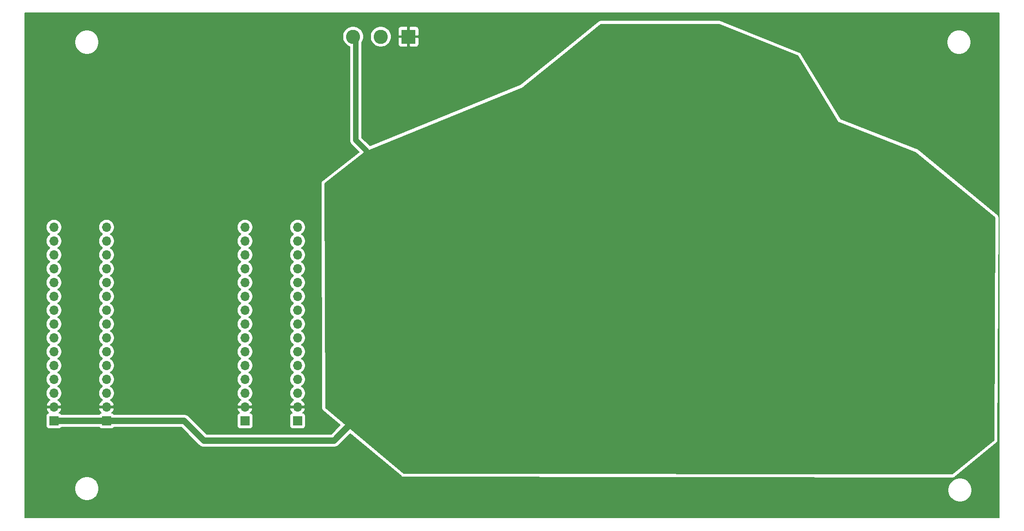
<source format=gbl>
G04 #@! TF.GenerationSoftware,KiCad,Pcbnew,5.1.5+dfsg1-2build2*
G04 #@! TF.CreationDate,2020-10-07T00:50:06-05:00*
G04 #@! TF.ProjectId,LEDs_RGB_cloud,4c454473-5f52-4474-925f-636c6f75642e,rev?*
G04 #@! TF.SameCoordinates,Original*
G04 #@! TF.FileFunction,Copper,L2,Bot*
G04 #@! TF.FilePolarity,Positive*
%FSLAX46Y46*%
G04 Gerber Fmt 4.6, Leading zero omitted, Abs format (unit mm)*
G04 Created by KiCad (PCBNEW 5.1.5+dfsg1-2build2) date 2020-10-07 00:50:06*
%MOMM*%
%LPD*%
G04 APERTURE LIST*
%ADD10O,1.700000X1.700000*%
%ADD11R,1.700000X1.700000*%
%ADD12R,2.600000X2.600000*%
%ADD13C,2.600000*%
%ADD14C,0.800000*%
%ADD15C,1.000000*%
%ADD16C,1.200000*%
%ADD17C,0.200000*%
G04 APERTURE END LIST*
D10*
X151650000Y-89990000D03*
X151650000Y-92530000D03*
X151650000Y-95070000D03*
X151650000Y-97610000D03*
X151650000Y-100150000D03*
X151650000Y-102690000D03*
X151650000Y-105230000D03*
X151650000Y-107770000D03*
X151650000Y-110310000D03*
X151650000Y-112850000D03*
X151650000Y-115390000D03*
X151650000Y-117930000D03*
X151650000Y-120470000D03*
X151650000Y-123010000D03*
D11*
X151650000Y-125550000D03*
D12*
X172000000Y-55000000D03*
D13*
X166920000Y-55000000D03*
X161840000Y-55000000D03*
D11*
X106950000Y-125550000D03*
D10*
X106950000Y-123010000D03*
X106950000Y-120470000D03*
X106950000Y-117930000D03*
X106950000Y-115390000D03*
X106950000Y-112850000D03*
X106950000Y-110310000D03*
X106950000Y-107770000D03*
X106950000Y-105230000D03*
X106950000Y-102690000D03*
X106950000Y-100150000D03*
X106950000Y-97610000D03*
X106950000Y-95070000D03*
X106950000Y-92530000D03*
X106950000Y-89990000D03*
X116600000Y-89990000D03*
X116600000Y-92530000D03*
X116600000Y-95070000D03*
X116600000Y-97610000D03*
X116600000Y-100150000D03*
X116600000Y-102690000D03*
X116600000Y-105230000D03*
X116600000Y-107770000D03*
X116600000Y-110310000D03*
X116600000Y-112850000D03*
X116600000Y-115390000D03*
X116600000Y-117930000D03*
X116600000Y-120470000D03*
X116600000Y-123010000D03*
D11*
X116600000Y-125550000D03*
X142000000Y-125550000D03*
D10*
X142000000Y-123010000D03*
X142000000Y-120470000D03*
X142000000Y-117930000D03*
X142000000Y-115390000D03*
X142000000Y-112850000D03*
X142000000Y-110310000D03*
X142000000Y-107770000D03*
X142000000Y-105230000D03*
X142000000Y-102690000D03*
X142000000Y-100150000D03*
X142000000Y-97610000D03*
X142000000Y-95070000D03*
X142000000Y-92530000D03*
X142000000Y-89990000D03*
D14*
X177380000Y-130640000D03*
X170270000Y-124690000D03*
X162950000Y-118840000D03*
X162910000Y-112930000D03*
X162950000Y-107060000D03*
X162950000Y-101150000D03*
X162840000Y-95180000D03*
X162970000Y-89280000D03*
X162920000Y-83370000D03*
X170140000Y-77510000D03*
X198950000Y-71650000D03*
X198910000Y-65670000D03*
X242270000Y-59830000D03*
X234980000Y-59830000D03*
X227840000Y-59870000D03*
X220710000Y-59870000D03*
X213370000Y-59830000D03*
X206160000Y-59830000D03*
X227820000Y-53940000D03*
X220590000Y-53940000D03*
X213430000Y-53930000D03*
X206130000Y-65670000D03*
X213350000Y-65670000D03*
X220570000Y-65670000D03*
X227790000Y-65670000D03*
X235010000Y-65670000D03*
X242230000Y-65670000D03*
X206170000Y-71650000D03*
X213390000Y-71650000D03*
X220610000Y-71650000D03*
X227830000Y-71650000D03*
X235050000Y-71650000D03*
X242270000Y-71650000D03*
X249490000Y-71650000D03*
X177360000Y-77510000D03*
X184580000Y-77510000D03*
X191800000Y-77510000D03*
X199020000Y-77510000D03*
X206240000Y-77510000D03*
X213460000Y-77510000D03*
X220680000Y-77510000D03*
X227900000Y-77510000D03*
X235120000Y-77510000D03*
X242340000Y-77510000D03*
X249560000Y-77510000D03*
X256780000Y-77510000D03*
X264000000Y-77510000D03*
X170130000Y-83370000D03*
X177340000Y-83370000D03*
X184550000Y-83370000D03*
X191760000Y-83370000D03*
X198970000Y-83370000D03*
X206180000Y-83370000D03*
X213390000Y-83370000D03*
X220600000Y-83370000D03*
X227810000Y-83370000D03*
X235020000Y-83370000D03*
X242230000Y-83370000D03*
X249440000Y-83370000D03*
X256650000Y-83370000D03*
X263860000Y-83370000D03*
X271070000Y-83370000D03*
X170170000Y-89280000D03*
X177370000Y-89280000D03*
X184570000Y-89280000D03*
X191770000Y-89280000D03*
X198970000Y-89280000D03*
X206170000Y-89280000D03*
X213370000Y-89280000D03*
X220570000Y-89280000D03*
X227770000Y-89280000D03*
X234970000Y-89280000D03*
X242170000Y-89280000D03*
X249370000Y-89280000D03*
X256570000Y-89280000D03*
X263770000Y-89280000D03*
X270970000Y-89280000D03*
X278170000Y-89280000D03*
X170040000Y-95180000D03*
X177240000Y-95180000D03*
X184440000Y-95180000D03*
X191640000Y-95180000D03*
X198840000Y-95180000D03*
X206040000Y-95180000D03*
X213240000Y-95180000D03*
X220440000Y-95180000D03*
X227640000Y-95180000D03*
X234840000Y-95180000D03*
X242040000Y-95180000D03*
X249240000Y-95180000D03*
X256440000Y-95180000D03*
X263640000Y-95180000D03*
X270840000Y-95180000D03*
X278040000Y-95180000D03*
X170150000Y-101150000D03*
X177350000Y-101150000D03*
X184550000Y-101150000D03*
X191750000Y-101150000D03*
X198950000Y-101150000D03*
X206150000Y-101150000D03*
X213350000Y-101150000D03*
X220550000Y-101150000D03*
X227750000Y-101150000D03*
X234950000Y-101150000D03*
X242150000Y-101150000D03*
X249350000Y-101150000D03*
X256550000Y-101150000D03*
X263750000Y-101150000D03*
X270950000Y-101150000D03*
X278150000Y-101150000D03*
X170150000Y-107060000D03*
X177350000Y-107060000D03*
X184550000Y-107060000D03*
X191750000Y-107060000D03*
X198950000Y-107060000D03*
X206150000Y-107060000D03*
X213350000Y-107060000D03*
X220550000Y-107060000D03*
X227750000Y-107060000D03*
X234950000Y-107060000D03*
X242150000Y-107060000D03*
X249350000Y-107060000D03*
X256550000Y-107060000D03*
X263750000Y-107060000D03*
X270950000Y-107060000D03*
X278150000Y-107060000D03*
X170110000Y-112930000D03*
X177310000Y-112930000D03*
X184510000Y-112930000D03*
X191710000Y-112930000D03*
X198910000Y-112930000D03*
X206110000Y-112930000D03*
X213310000Y-112930000D03*
X220510000Y-112930000D03*
X227710000Y-112930000D03*
X234910000Y-112930000D03*
X242110000Y-112930000D03*
X249310000Y-112930000D03*
X256510000Y-112930000D03*
X263710000Y-112930000D03*
X270910000Y-112930000D03*
X278110000Y-112930000D03*
X170150000Y-118840000D03*
X177350000Y-118840000D03*
X184550000Y-118840000D03*
X191750000Y-118840000D03*
X198950000Y-118840000D03*
X206150000Y-118840000D03*
X213350000Y-118840000D03*
X220550000Y-118840000D03*
X227750000Y-118840000D03*
X234950000Y-118840000D03*
X242150000Y-118840000D03*
X249350000Y-118840000D03*
X256550000Y-118840000D03*
X263750000Y-118840000D03*
X270950000Y-118840000D03*
X278150000Y-118840000D03*
X177470000Y-124690000D03*
X184670000Y-124690000D03*
X191870000Y-124690000D03*
X199070000Y-124690000D03*
X206270000Y-124690000D03*
X213470000Y-124690000D03*
X220670000Y-124690000D03*
X227870000Y-124690000D03*
X235070000Y-124690000D03*
X242270000Y-124690000D03*
X249470000Y-124690000D03*
X256670000Y-124690000D03*
X263870000Y-124690000D03*
X271070000Y-124690000D03*
X278270000Y-124690000D03*
X184580000Y-130640000D03*
X191780000Y-130640000D03*
X198980000Y-130640000D03*
X206180000Y-130640000D03*
X213380000Y-130640000D03*
X220580000Y-130640000D03*
X227780000Y-130640000D03*
X234980000Y-130640000D03*
X242180000Y-130640000D03*
X249380000Y-130640000D03*
X256580000Y-130640000D03*
X263780000Y-130640000D03*
X270980000Y-130640000D03*
X177470000Y-124690000D03*
X184670000Y-124690000D03*
X191870000Y-124690000D03*
X199070000Y-124690000D03*
X206270000Y-124690000D03*
X213470000Y-124690000D03*
X220670000Y-124690000D03*
X227870000Y-124690000D03*
X235070000Y-124690000D03*
X242270000Y-124690000D03*
X249470000Y-124690000D03*
X256670000Y-124690000D03*
X263870000Y-124690000D03*
X271070000Y-124690000D03*
D15*
X162920000Y-83370000D02*
X162920000Y-78340000D01*
X162920000Y-78340000D02*
X164260000Y-77000000D01*
X164260000Y-77000000D02*
X164260000Y-75950000D01*
X164260000Y-75950000D02*
X162310000Y-74000000D01*
X162310000Y-55470000D02*
X161840000Y-55000000D01*
X162310000Y-74000000D02*
X162310000Y-55470000D01*
D16*
X106950000Y-125550000D02*
X130810000Y-125550000D01*
X130810000Y-125550000D02*
X134460000Y-129200000D01*
X134460000Y-129200000D02*
X158330000Y-129200000D01*
X162950000Y-124580000D02*
X162950000Y-118840000D01*
X158330000Y-129200000D02*
X162950000Y-124580000D01*
D17*
G36*
X229060627Y-52729991D02*
G01*
X243461675Y-58520309D01*
X250804394Y-70681687D01*
X250816122Y-70697395D01*
X250830690Y-70710513D01*
X250853857Y-70723240D01*
X265078803Y-76237404D01*
X279619758Y-88236931D01*
X279410241Y-129082609D01*
X271824184Y-135329950D01*
X171116416Y-135190050D01*
X156809829Y-123203182D01*
X156660011Y-82242853D01*
X156677101Y-81960872D01*
X164060744Y-76157308D01*
X192917725Y-64402611D01*
X192942888Y-64387750D01*
X199952888Y-58717750D01*
X199953261Y-58717447D01*
X207295630Y-52720016D01*
X229060627Y-52729991D01*
G37*
X229060627Y-52729991D02*
X243461675Y-58520309D01*
X250804394Y-70681687D01*
X250816122Y-70697395D01*
X250830690Y-70710513D01*
X250853857Y-70723240D01*
X265078803Y-76237404D01*
X279619758Y-88236931D01*
X279410241Y-129082609D01*
X271824184Y-135329950D01*
X171116416Y-135190050D01*
X156809829Y-123203182D01*
X156660011Y-82242853D01*
X156677101Y-81960872D01*
X164060744Y-76157308D01*
X192917725Y-64402611D01*
X192942888Y-64387750D01*
X199952888Y-58717750D01*
X199953261Y-58717447D01*
X207295630Y-52720016D01*
X229060627Y-52729991D01*
G36*
X280367001Y-143367000D02*
G01*
X101633000Y-143367000D01*
X101633000Y-137782531D01*
X110792000Y-137782531D01*
X110792000Y-138217469D01*
X110876852Y-138644050D01*
X111043295Y-139045880D01*
X111284934Y-139407518D01*
X111592482Y-139715066D01*
X111954120Y-139956705D01*
X112355950Y-140123148D01*
X112782531Y-140208000D01*
X113217469Y-140208000D01*
X113644050Y-140123148D01*
X114045880Y-139956705D01*
X114407518Y-139715066D01*
X114715066Y-139407518D01*
X114956705Y-139045880D01*
X115123148Y-138644050D01*
X115208000Y-138217469D01*
X115208000Y-138052531D01*
X270972000Y-138052531D01*
X270972000Y-138487469D01*
X271056852Y-138914050D01*
X271223295Y-139315880D01*
X271464934Y-139677518D01*
X271772482Y-139985066D01*
X272134120Y-140226705D01*
X272535950Y-140393148D01*
X272962531Y-140478000D01*
X273397469Y-140478000D01*
X273824050Y-140393148D01*
X274225880Y-140226705D01*
X274587518Y-139985066D01*
X274895066Y-139677518D01*
X275136705Y-139315880D01*
X275303148Y-138914050D01*
X275388000Y-138487469D01*
X275388000Y-138052531D01*
X275303148Y-137625950D01*
X275136705Y-137224120D01*
X274895066Y-136862482D01*
X274587518Y-136554934D01*
X274225880Y-136313295D01*
X273824050Y-136146852D01*
X273397469Y-136062000D01*
X272962531Y-136062000D01*
X272535950Y-136146852D01*
X272134120Y-136313295D01*
X271772482Y-136554934D01*
X271464934Y-136862482D01*
X271223295Y-137224120D01*
X271056852Y-137625950D01*
X270972000Y-138052531D01*
X115208000Y-138052531D01*
X115208000Y-137782531D01*
X115123148Y-137355950D01*
X114956705Y-136954120D01*
X114715066Y-136592482D01*
X114407518Y-136284934D01*
X114045880Y-136043295D01*
X113644050Y-135876852D01*
X113217469Y-135792000D01*
X112782531Y-135792000D01*
X112355950Y-135876852D01*
X111954120Y-136043295D01*
X111592482Y-136284934D01*
X111284934Y-136592482D01*
X111043295Y-136954120D01*
X110876852Y-137355950D01*
X110792000Y-137782531D01*
X101633000Y-137782531D01*
X101633000Y-124700000D01*
X105489059Y-124700000D01*
X105489059Y-126400000D01*
X105500798Y-126519189D01*
X105535564Y-126633797D01*
X105592021Y-126739421D01*
X105667999Y-126832001D01*
X105760579Y-126907979D01*
X105866203Y-126964436D01*
X105980811Y-126999202D01*
X106100000Y-127010941D01*
X107800000Y-127010941D01*
X107919189Y-126999202D01*
X108033797Y-126964436D01*
X108139421Y-126907979D01*
X108232001Y-126832001D01*
X108292732Y-126758000D01*
X115257268Y-126758000D01*
X115317999Y-126832001D01*
X115410579Y-126907979D01*
X115516203Y-126964436D01*
X115630811Y-126999202D01*
X115750000Y-127010941D01*
X117450000Y-127010941D01*
X117569189Y-126999202D01*
X117683797Y-126964436D01*
X117789421Y-126907979D01*
X117882001Y-126832001D01*
X117942732Y-126758000D01*
X130309631Y-126758000D01*
X133563861Y-130012231D01*
X133601683Y-130058317D01*
X133785624Y-130209274D01*
X133995482Y-130321446D01*
X134223191Y-130390520D01*
X134400666Y-130408000D01*
X134400673Y-130408000D01*
X134460000Y-130413843D01*
X134519326Y-130408000D01*
X158270674Y-130408000D01*
X158330000Y-130413843D01*
X158389326Y-130408000D01*
X158389334Y-130408000D01*
X158566809Y-130390520D01*
X158794518Y-130321446D01*
X159004376Y-130209274D01*
X159188317Y-130058317D01*
X159226143Y-130012226D01*
X161326882Y-127911487D01*
X170689525Y-135756040D01*
X170741511Y-135795064D01*
X170846548Y-135851395D01*
X170960557Y-135886152D01*
X171079155Y-135897999D01*
X271859155Y-136037999D01*
X271920624Y-136034970D01*
X272037483Y-136011519D01*
X272147521Y-135965720D01*
X272246510Y-135899334D01*
X279896510Y-129599334D01*
X280013794Y-129470375D01*
X280070518Y-129365550D01*
X280105701Y-129251672D01*
X280117992Y-129133119D01*
X280327992Y-88193119D01*
X280325232Y-88132045D01*
X280302296Y-88015084D01*
X280256983Y-87904845D01*
X280191034Y-87805564D01*
X280106983Y-87721056D01*
X265516983Y-75681056D01*
X265456126Y-75636867D01*
X265349752Y-75583102D01*
X251303232Y-70138103D01*
X244050487Y-58125744D01*
X243955425Y-58005629D01*
X243862509Y-57930979D01*
X243756815Y-57875891D01*
X238550438Y-55782531D01*
X270792000Y-55782531D01*
X270792000Y-56217469D01*
X270876852Y-56644050D01*
X271043295Y-57045880D01*
X271284934Y-57407518D01*
X271592482Y-57715066D01*
X271954120Y-57956705D01*
X272355950Y-58123148D01*
X272782531Y-58208000D01*
X273217469Y-58208000D01*
X273644050Y-58123148D01*
X274045880Y-57956705D01*
X274407518Y-57715066D01*
X274715066Y-57407518D01*
X274956705Y-57045880D01*
X275123148Y-56644050D01*
X275208000Y-56217469D01*
X275208000Y-55782531D01*
X275123148Y-55355950D01*
X274956705Y-54954120D01*
X274715066Y-54592482D01*
X274407518Y-54284934D01*
X274045880Y-54043295D01*
X273644050Y-53876852D01*
X273217469Y-53792000D01*
X272782531Y-53792000D01*
X272355950Y-53876852D01*
X271954120Y-54043295D01*
X271592482Y-54284934D01*
X271284934Y-54592482D01*
X271043295Y-54954120D01*
X270876852Y-55355950D01*
X270792000Y-55782531D01*
X238550438Y-55782531D01*
X229306815Y-52065891D01*
X229198888Y-52033737D01*
X229080279Y-52022000D01*
X207260279Y-52012000D01*
X207084850Y-52037775D01*
X206974629Y-52083132D01*
X206875374Y-52149121D01*
X199506444Y-58168247D01*
X192567467Y-63780801D01*
X164919829Y-75042880D01*
X163418000Y-73541053D01*
X163418000Y-56072665D01*
X163530848Y-55903777D01*
X163674677Y-55556543D01*
X163748000Y-55187922D01*
X163748000Y-54812078D01*
X165012000Y-54812078D01*
X165012000Y-55187922D01*
X165085323Y-55556543D01*
X165229152Y-55903777D01*
X165437960Y-56216279D01*
X165703721Y-56482040D01*
X166016223Y-56690848D01*
X166363457Y-56834677D01*
X166732078Y-56908000D01*
X167107922Y-56908000D01*
X167476543Y-56834677D01*
X167823777Y-56690848D01*
X168136279Y-56482040D01*
X168318319Y-56300000D01*
X170089058Y-56300000D01*
X170100797Y-56419189D01*
X170135563Y-56533797D01*
X170192020Y-56639421D01*
X170267999Y-56732001D01*
X170360579Y-56807980D01*
X170466203Y-56864437D01*
X170580811Y-56899203D01*
X170700000Y-56910942D01*
X171694000Y-56908000D01*
X171846000Y-56756000D01*
X171846000Y-55154000D01*
X172154000Y-55154000D01*
X172154000Y-56756000D01*
X172306000Y-56908000D01*
X173300000Y-56910942D01*
X173419189Y-56899203D01*
X173533797Y-56864437D01*
X173639421Y-56807980D01*
X173732001Y-56732001D01*
X173807980Y-56639421D01*
X173864437Y-56533797D01*
X173899203Y-56419189D01*
X173910942Y-56300000D01*
X173908000Y-55306000D01*
X173756000Y-55154000D01*
X172154000Y-55154000D01*
X171846000Y-55154000D01*
X170244000Y-55154000D01*
X170092000Y-55306000D01*
X170089058Y-56300000D01*
X168318319Y-56300000D01*
X168402040Y-56216279D01*
X168610848Y-55903777D01*
X168754677Y-55556543D01*
X168828000Y-55187922D01*
X168828000Y-54812078D01*
X168754677Y-54443457D01*
X168610848Y-54096223D01*
X168402040Y-53783721D01*
X168318319Y-53700000D01*
X170089058Y-53700000D01*
X170092000Y-54694000D01*
X170244000Y-54846000D01*
X171846000Y-54846000D01*
X171846000Y-53244000D01*
X172154000Y-53244000D01*
X172154000Y-54846000D01*
X173756000Y-54846000D01*
X173908000Y-54694000D01*
X173910942Y-53700000D01*
X173899203Y-53580811D01*
X173864437Y-53466203D01*
X173807980Y-53360579D01*
X173732001Y-53267999D01*
X173639421Y-53192020D01*
X173533797Y-53135563D01*
X173419189Y-53100797D01*
X173300000Y-53089058D01*
X172306000Y-53092000D01*
X172154000Y-53244000D01*
X171846000Y-53244000D01*
X171694000Y-53092000D01*
X170700000Y-53089058D01*
X170580811Y-53100797D01*
X170466203Y-53135563D01*
X170360579Y-53192020D01*
X170267999Y-53267999D01*
X170192020Y-53360579D01*
X170135563Y-53466203D01*
X170100797Y-53580811D01*
X170089058Y-53700000D01*
X168318319Y-53700000D01*
X168136279Y-53517960D01*
X167823777Y-53309152D01*
X167476543Y-53165323D01*
X167107922Y-53092000D01*
X166732078Y-53092000D01*
X166363457Y-53165323D01*
X166016223Y-53309152D01*
X165703721Y-53517960D01*
X165437960Y-53783721D01*
X165229152Y-54096223D01*
X165085323Y-54443457D01*
X165012000Y-54812078D01*
X163748000Y-54812078D01*
X163674677Y-54443457D01*
X163530848Y-54096223D01*
X163322040Y-53783721D01*
X163056279Y-53517960D01*
X162743777Y-53309152D01*
X162396543Y-53165323D01*
X162027922Y-53092000D01*
X161652078Y-53092000D01*
X161283457Y-53165323D01*
X160936223Y-53309152D01*
X160623721Y-53517960D01*
X160357960Y-53783721D01*
X160149152Y-54096223D01*
X160005323Y-54443457D01*
X159932000Y-54812078D01*
X159932000Y-55187922D01*
X160005323Y-55556543D01*
X160149152Y-55903777D01*
X160357960Y-56216279D01*
X160623721Y-56482040D01*
X160936223Y-56690848D01*
X161202001Y-56800937D01*
X161202000Y-73945577D01*
X161196640Y-74000000D01*
X161202000Y-74054423D01*
X161202000Y-74054430D01*
X161218032Y-74217205D01*
X161281389Y-74426064D01*
X161384274Y-74618550D01*
X161522735Y-74787265D01*
X161565022Y-74821969D01*
X162906821Y-76163769D01*
X156204279Y-81431985D01*
X156095827Y-81542250D01*
X156033386Y-81643773D01*
X155991950Y-81755528D01*
X155973114Y-81873219D01*
X155953114Y-82203219D01*
X155952004Y-82242224D01*
X156102004Y-123252224D01*
X156126414Y-123420562D01*
X156170902Y-123531137D01*
X156236108Y-123630907D01*
X156319525Y-123716040D01*
X159467793Y-126353837D01*
X157829631Y-127992000D01*
X134960370Y-127992000D01*
X131706143Y-124737774D01*
X131675143Y-124700000D01*
X140539059Y-124700000D01*
X140539059Y-126400000D01*
X140550798Y-126519189D01*
X140585564Y-126633797D01*
X140642021Y-126739421D01*
X140717999Y-126832001D01*
X140810579Y-126907979D01*
X140916203Y-126964436D01*
X141030811Y-126999202D01*
X141150000Y-127010941D01*
X142850000Y-127010941D01*
X142969189Y-126999202D01*
X143083797Y-126964436D01*
X143189421Y-126907979D01*
X143282001Y-126832001D01*
X143357979Y-126739421D01*
X143414436Y-126633797D01*
X143449202Y-126519189D01*
X143460941Y-126400000D01*
X143460941Y-124700000D01*
X150189059Y-124700000D01*
X150189059Y-126400000D01*
X150200798Y-126519189D01*
X150235564Y-126633797D01*
X150292021Y-126739421D01*
X150367999Y-126832001D01*
X150460579Y-126907979D01*
X150566203Y-126964436D01*
X150680811Y-126999202D01*
X150800000Y-127010941D01*
X152500000Y-127010941D01*
X152619189Y-126999202D01*
X152733797Y-126964436D01*
X152839421Y-126907979D01*
X152932001Y-126832001D01*
X153007979Y-126739421D01*
X153064436Y-126633797D01*
X153099202Y-126519189D01*
X153110941Y-126400000D01*
X153110941Y-124700000D01*
X153099202Y-124580811D01*
X153064436Y-124466203D01*
X153007979Y-124360579D01*
X152932001Y-124267999D01*
X152839421Y-124192021D01*
X152733797Y-124135564D01*
X152619189Y-124100798D01*
X152609092Y-124099804D01*
X152747246Y-123970122D01*
X152913473Y-123737611D01*
X153031146Y-123477139D01*
X153057903Y-123388910D01*
X152946889Y-123164000D01*
X151804000Y-123164000D01*
X151804000Y-123184000D01*
X151496000Y-123184000D01*
X151496000Y-123164000D01*
X150353111Y-123164000D01*
X150242097Y-123388910D01*
X150268854Y-123477139D01*
X150386527Y-123737611D01*
X150552754Y-123970122D01*
X150690908Y-124099804D01*
X150680811Y-124100798D01*
X150566203Y-124135564D01*
X150460579Y-124192021D01*
X150367999Y-124267999D01*
X150292021Y-124360579D01*
X150235564Y-124466203D01*
X150200798Y-124580811D01*
X150189059Y-124700000D01*
X143460941Y-124700000D01*
X143449202Y-124580811D01*
X143414436Y-124466203D01*
X143357979Y-124360579D01*
X143282001Y-124267999D01*
X143189421Y-124192021D01*
X143083797Y-124135564D01*
X142969189Y-124100798D01*
X142959092Y-124099804D01*
X143097246Y-123970122D01*
X143263473Y-123737611D01*
X143381146Y-123477139D01*
X143407903Y-123388910D01*
X143296889Y-123164000D01*
X142154000Y-123164000D01*
X142154000Y-123184000D01*
X141846000Y-123184000D01*
X141846000Y-123164000D01*
X140703111Y-123164000D01*
X140592097Y-123388910D01*
X140618854Y-123477139D01*
X140736527Y-123737611D01*
X140902754Y-123970122D01*
X141040908Y-124099804D01*
X141030811Y-124100798D01*
X140916203Y-124135564D01*
X140810579Y-124192021D01*
X140717999Y-124267999D01*
X140642021Y-124360579D01*
X140585564Y-124466203D01*
X140550798Y-124580811D01*
X140539059Y-124700000D01*
X131675143Y-124700000D01*
X131668317Y-124691683D01*
X131484376Y-124540726D01*
X131274518Y-124428554D01*
X131046809Y-124359480D01*
X130869334Y-124342000D01*
X130869326Y-124342000D01*
X130810000Y-124336157D01*
X130750674Y-124342000D01*
X117942732Y-124342000D01*
X117882001Y-124267999D01*
X117789421Y-124192021D01*
X117683797Y-124135564D01*
X117569189Y-124100798D01*
X117559092Y-124099804D01*
X117697246Y-123970122D01*
X117863473Y-123737611D01*
X117981146Y-123477139D01*
X118007903Y-123388910D01*
X117896889Y-123164000D01*
X116754000Y-123164000D01*
X116754000Y-123184000D01*
X116446000Y-123184000D01*
X116446000Y-123164000D01*
X115303111Y-123164000D01*
X115192097Y-123388910D01*
X115218854Y-123477139D01*
X115336527Y-123737611D01*
X115502754Y-123970122D01*
X115640908Y-124099804D01*
X115630811Y-124100798D01*
X115516203Y-124135564D01*
X115410579Y-124192021D01*
X115317999Y-124267999D01*
X115257268Y-124342000D01*
X108292732Y-124342000D01*
X108232001Y-124267999D01*
X108139421Y-124192021D01*
X108033797Y-124135564D01*
X107919189Y-124100798D01*
X107909092Y-124099804D01*
X108047246Y-123970122D01*
X108213473Y-123737611D01*
X108331146Y-123477139D01*
X108357903Y-123388910D01*
X108246889Y-123164000D01*
X107104000Y-123164000D01*
X107104000Y-123184000D01*
X106796000Y-123184000D01*
X106796000Y-123164000D01*
X105653111Y-123164000D01*
X105542097Y-123388910D01*
X105568854Y-123477139D01*
X105686527Y-123737611D01*
X105852754Y-123970122D01*
X105990908Y-124099804D01*
X105980811Y-124100798D01*
X105866203Y-124135564D01*
X105760579Y-124192021D01*
X105667999Y-124267999D01*
X105592021Y-124360579D01*
X105535564Y-124466203D01*
X105500798Y-124580811D01*
X105489059Y-124700000D01*
X101633000Y-124700000D01*
X101633000Y-89846399D01*
X105492000Y-89846399D01*
X105492000Y-90133601D01*
X105548030Y-90415283D01*
X105657937Y-90680622D01*
X105817497Y-90919421D01*
X106020579Y-91122503D01*
X106226358Y-91260000D01*
X106020579Y-91397497D01*
X105817497Y-91600579D01*
X105657937Y-91839378D01*
X105548030Y-92104717D01*
X105492000Y-92386399D01*
X105492000Y-92673601D01*
X105548030Y-92955283D01*
X105657937Y-93220622D01*
X105817497Y-93459421D01*
X106020579Y-93662503D01*
X106226358Y-93800000D01*
X106020579Y-93937497D01*
X105817497Y-94140579D01*
X105657937Y-94379378D01*
X105548030Y-94644717D01*
X105492000Y-94926399D01*
X105492000Y-95213601D01*
X105548030Y-95495283D01*
X105657937Y-95760622D01*
X105817497Y-95999421D01*
X106020579Y-96202503D01*
X106226358Y-96340000D01*
X106020579Y-96477497D01*
X105817497Y-96680579D01*
X105657937Y-96919378D01*
X105548030Y-97184717D01*
X105492000Y-97466399D01*
X105492000Y-97753601D01*
X105548030Y-98035283D01*
X105657937Y-98300622D01*
X105817497Y-98539421D01*
X106020579Y-98742503D01*
X106226358Y-98880000D01*
X106020579Y-99017497D01*
X105817497Y-99220579D01*
X105657937Y-99459378D01*
X105548030Y-99724717D01*
X105492000Y-100006399D01*
X105492000Y-100293601D01*
X105548030Y-100575283D01*
X105657937Y-100840622D01*
X105817497Y-101079421D01*
X106020579Y-101282503D01*
X106226358Y-101420000D01*
X106020579Y-101557497D01*
X105817497Y-101760579D01*
X105657937Y-101999378D01*
X105548030Y-102264717D01*
X105492000Y-102546399D01*
X105492000Y-102833601D01*
X105548030Y-103115283D01*
X105657937Y-103380622D01*
X105817497Y-103619421D01*
X106020579Y-103822503D01*
X106226358Y-103960000D01*
X106020579Y-104097497D01*
X105817497Y-104300579D01*
X105657937Y-104539378D01*
X105548030Y-104804717D01*
X105492000Y-105086399D01*
X105492000Y-105373601D01*
X105548030Y-105655283D01*
X105657937Y-105920622D01*
X105817497Y-106159421D01*
X106020579Y-106362503D01*
X106226358Y-106500000D01*
X106020579Y-106637497D01*
X105817497Y-106840579D01*
X105657937Y-107079378D01*
X105548030Y-107344717D01*
X105492000Y-107626399D01*
X105492000Y-107913601D01*
X105548030Y-108195283D01*
X105657937Y-108460622D01*
X105817497Y-108699421D01*
X106020579Y-108902503D01*
X106226358Y-109040000D01*
X106020579Y-109177497D01*
X105817497Y-109380579D01*
X105657937Y-109619378D01*
X105548030Y-109884717D01*
X105492000Y-110166399D01*
X105492000Y-110453601D01*
X105548030Y-110735283D01*
X105657937Y-111000622D01*
X105817497Y-111239421D01*
X106020579Y-111442503D01*
X106226358Y-111580000D01*
X106020579Y-111717497D01*
X105817497Y-111920579D01*
X105657937Y-112159378D01*
X105548030Y-112424717D01*
X105492000Y-112706399D01*
X105492000Y-112993601D01*
X105548030Y-113275283D01*
X105657937Y-113540622D01*
X105817497Y-113779421D01*
X106020579Y-113982503D01*
X106226358Y-114120000D01*
X106020579Y-114257497D01*
X105817497Y-114460579D01*
X105657937Y-114699378D01*
X105548030Y-114964717D01*
X105492000Y-115246399D01*
X105492000Y-115533601D01*
X105548030Y-115815283D01*
X105657937Y-116080622D01*
X105817497Y-116319421D01*
X106020579Y-116522503D01*
X106226358Y-116660000D01*
X106020579Y-116797497D01*
X105817497Y-117000579D01*
X105657937Y-117239378D01*
X105548030Y-117504717D01*
X105492000Y-117786399D01*
X105492000Y-118073601D01*
X105548030Y-118355283D01*
X105657937Y-118620622D01*
X105817497Y-118859421D01*
X106020579Y-119062503D01*
X106226358Y-119200000D01*
X106020579Y-119337497D01*
X105817497Y-119540579D01*
X105657937Y-119779378D01*
X105548030Y-120044717D01*
X105492000Y-120326399D01*
X105492000Y-120613601D01*
X105548030Y-120895283D01*
X105657937Y-121160622D01*
X105817497Y-121399421D01*
X106020579Y-121602503D01*
X106235090Y-121745834D01*
X106061148Y-121854264D01*
X105852754Y-122049878D01*
X105686527Y-122282389D01*
X105568854Y-122542861D01*
X105542097Y-122631090D01*
X105653111Y-122856000D01*
X106796000Y-122856000D01*
X106796000Y-122836000D01*
X107104000Y-122836000D01*
X107104000Y-122856000D01*
X108246889Y-122856000D01*
X108357903Y-122631090D01*
X108331146Y-122542861D01*
X108213473Y-122282389D01*
X108047246Y-122049878D01*
X107838852Y-121854264D01*
X107664910Y-121745834D01*
X107879421Y-121602503D01*
X108082503Y-121399421D01*
X108242063Y-121160622D01*
X108351970Y-120895283D01*
X108408000Y-120613601D01*
X108408000Y-120326399D01*
X108351970Y-120044717D01*
X108242063Y-119779378D01*
X108082503Y-119540579D01*
X107879421Y-119337497D01*
X107673642Y-119200000D01*
X107879421Y-119062503D01*
X108082503Y-118859421D01*
X108242063Y-118620622D01*
X108351970Y-118355283D01*
X108408000Y-118073601D01*
X108408000Y-117786399D01*
X108351970Y-117504717D01*
X108242063Y-117239378D01*
X108082503Y-117000579D01*
X107879421Y-116797497D01*
X107673642Y-116660000D01*
X107879421Y-116522503D01*
X108082503Y-116319421D01*
X108242063Y-116080622D01*
X108351970Y-115815283D01*
X108408000Y-115533601D01*
X108408000Y-115246399D01*
X108351970Y-114964717D01*
X108242063Y-114699378D01*
X108082503Y-114460579D01*
X107879421Y-114257497D01*
X107673642Y-114120000D01*
X107879421Y-113982503D01*
X108082503Y-113779421D01*
X108242063Y-113540622D01*
X108351970Y-113275283D01*
X108408000Y-112993601D01*
X108408000Y-112706399D01*
X108351970Y-112424717D01*
X108242063Y-112159378D01*
X108082503Y-111920579D01*
X107879421Y-111717497D01*
X107673642Y-111580000D01*
X107879421Y-111442503D01*
X108082503Y-111239421D01*
X108242063Y-111000622D01*
X108351970Y-110735283D01*
X108408000Y-110453601D01*
X108408000Y-110166399D01*
X108351970Y-109884717D01*
X108242063Y-109619378D01*
X108082503Y-109380579D01*
X107879421Y-109177497D01*
X107673642Y-109040000D01*
X107879421Y-108902503D01*
X108082503Y-108699421D01*
X108242063Y-108460622D01*
X108351970Y-108195283D01*
X108408000Y-107913601D01*
X108408000Y-107626399D01*
X108351970Y-107344717D01*
X108242063Y-107079378D01*
X108082503Y-106840579D01*
X107879421Y-106637497D01*
X107673642Y-106500000D01*
X107879421Y-106362503D01*
X108082503Y-106159421D01*
X108242063Y-105920622D01*
X108351970Y-105655283D01*
X108408000Y-105373601D01*
X108408000Y-105086399D01*
X108351970Y-104804717D01*
X108242063Y-104539378D01*
X108082503Y-104300579D01*
X107879421Y-104097497D01*
X107673642Y-103960000D01*
X107879421Y-103822503D01*
X108082503Y-103619421D01*
X108242063Y-103380622D01*
X108351970Y-103115283D01*
X108408000Y-102833601D01*
X108408000Y-102546399D01*
X108351970Y-102264717D01*
X108242063Y-101999378D01*
X108082503Y-101760579D01*
X107879421Y-101557497D01*
X107673642Y-101420000D01*
X107879421Y-101282503D01*
X108082503Y-101079421D01*
X108242063Y-100840622D01*
X108351970Y-100575283D01*
X108408000Y-100293601D01*
X108408000Y-100006399D01*
X108351970Y-99724717D01*
X108242063Y-99459378D01*
X108082503Y-99220579D01*
X107879421Y-99017497D01*
X107673642Y-98880000D01*
X107879421Y-98742503D01*
X108082503Y-98539421D01*
X108242063Y-98300622D01*
X108351970Y-98035283D01*
X108408000Y-97753601D01*
X108408000Y-97466399D01*
X108351970Y-97184717D01*
X108242063Y-96919378D01*
X108082503Y-96680579D01*
X107879421Y-96477497D01*
X107673642Y-96340000D01*
X107879421Y-96202503D01*
X108082503Y-95999421D01*
X108242063Y-95760622D01*
X108351970Y-95495283D01*
X108408000Y-95213601D01*
X108408000Y-94926399D01*
X108351970Y-94644717D01*
X108242063Y-94379378D01*
X108082503Y-94140579D01*
X107879421Y-93937497D01*
X107673642Y-93800000D01*
X107879421Y-93662503D01*
X108082503Y-93459421D01*
X108242063Y-93220622D01*
X108351970Y-92955283D01*
X108408000Y-92673601D01*
X108408000Y-92386399D01*
X108351970Y-92104717D01*
X108242063Y-91839378D01*
X108082503Y-91600579D01*
X107879421Y-91397497D01*
X107673642Y-91260000D01*
X107879421Y-91122503D01*
X108082503Y-90919421D01*
X108242063Y-90680622D01*
X108351970Y-90415283D01*
X108408000Y-90133601D01*
X108408000Y-89846399D01*
X115142000Y-89846399D01*
X115142000Y-90133601D01*
X115198030Y-90415283D01*
X115307937Y-90680622D01*
X115467497Y-90919421D01*
X115670579Y-91122503D01*
X115876358Y-91260000D01*
X115670579Y-91397497D01*
X115467497Y-91600579D01*
X115307937Y-91839378D01*
X115198030Y-92104717D01*
X115142000Y-92386399D01*
X115142000Y-92673601D01*
X115198030Y-92955283D01*
X115307937Y-93220622D01*
X115467497Y-93459421D01*
X115670579Y-93662503D01*
X115876358Y-93800000D01*
X115670579Y-93937497D01*
X115467497Y-94140579D01*
X115307937Y-94379378D01*
X115198030Y-94644717D01*
X115142000Y-94926399D01*
X115142000Y-95213601D01*
X115198030Y-95495283D01*
X115307937Y-95760622D01*
X115467497Y-95999421D01*
X115670579Y-96202503D01*
X115876358Y-96340000D01*
X115670579Y-96477497D01*
X115467497Y-96680579D01*
X115307937Y-96919378D01*
X115198030Y-97184717D01*
X115142000Y-97466399D01*
X115142000Y-97753601D01*
X115198030Y-98035283D01*
X115307937Y-98300622D01*
X115467497Y-98539421D01*
X115670579Y-98742503D01*
X115876358Y-98880000D01*
X115670579Y-99017497D01*
X115467497Y-99220579D01*
X115307937Y-99459378D01*
X115198030Y-99724717D01*
X115142000Y-100006399D01*
X115142000Y-100293601D01*
X115198030Y-100575283D01*
X115307937Y-100840622D01*
X115467497Y-101079421D01*
X115670579Y-101282503D01*
X115876358Y-101420000D01*
X115670579Y-101557497D01*
X115467497Y-101760579D01*
X115307937Y-101999378D01*
X115198030Y-102264717D01*
X115142000Y-102546399D01*
X115142000Y-102833601D01*
X115198030Y-103115283D01*
X115307937Y-103380622D01*
X115467497Y-103619421D01*
X115670579Y-103822503D01*
X115876358Y-103960000D01*
X115670579Y-104097497D01*
X115467497Y-104300579D01*
X115307937Y-104539378D01*
X115198030Y-104804717D01*
X115142000Y-105086399D01*
X115142000Y-105373601D01*
X115198030Y-105655283D01*
X115307937Y-105920622D01*
X115467497Y-106159421D01*
X115670579Y-106362503D01*
X115876358Y-106500000D01*
X115670579Y-106637497D01*
X115467497Y-106840579D01*
X115307937Y-107079378D01*
X115198030Y-107344717D01*
X115142000Y-107626399D01*
X115142000Y-107913601D01*
X115198030Y-108195283D01*
X115307937Y-108460622D01*
X115467497Y-108699421D01*
X115670579Y-108902503D01*
X115876358Y-109040000D01*
X115670579Y-109177497D01*
X115467497Y-109380579D01*
X115307937Y-109619378D01*
X115198030Y-109884717D01*
X115142000Y-110166399D01*
X115142000Y-110453601D01*
X115198030Y-110735283D01*
X115307937Y-111000622D01*
X115467497Y-111239421D01*
X115670579Y-111442503D01*
X115876358Y-111580000D01*
X115670579Y-111717497D01*
X115467497Y-111920579D01*
X115307937Y-112159378D01*
X115198030Y-112424717D01*
X115142000Y-112706399D01*
X115142000Y-112993601D01*
X115198030Y-113275283D01*
X115307937Y-113540622D01*
X115467497Y-113779421D01*
X115670579Y-113982503D01*
X115876358Y-114120000D01*
X115670579Y-114257497D01*
X115467497Y-114460579D01*
X115307937Y-114699378D01*
X115198030Y-114964717D01*
X115142000Y-115246399D01*
X115142000Y-115533601D01*
X115198030Y-115815283D01*
X115307937Y-116080622D01*
X115467497Y-116319421D01*
X115670579Y-116522503D01*
X115876358Y-116660000D01*
X115670579Y-116797497D01*
X115467497Y-117000579D01*
X115307937Y-117239378D01*
X115198030Y-117504717D01*
X115142000Y-117786399D01*
X115142000Y-118073601D01*
X115198030Y-118355283D01*
X115307937Y-118620622D01*
X115467497Y-118859421D01*
X115670579Y-119062503D01*
X115876358Y-119200000D01*
X115670579Y-119337497D01*
X115467497Y-119540579D01*
X115307937Y-119779378D01*
X115198030Y-120044717D01*
X115142000Y-120326399D01*
X115142000Y-120613601D01*
X115198030Y-120895283D01*
X115307937Y-121160622D01*
X115467497Y-121399421D01*
X115670579Y-121602503D01*
X115885090Y-121745834D01*
X115711148Y-121854264D01*
X115502754Y-122049878D01*
X115336527Y-122282389D01*
X115218854Y-122542861D01*
X115192097Y-122631090D01*
X115303111Y-122856000D01*
X116446000Y-122856000D01*
X116446000Y-122836000D01*
X116754000Y-122836000D01*
X116754000Y-122856000D01*
X117896889Y-122856000D01*
X118007903Y-122631090D01*
X117981146Y-122542861D01*
X117863473Y-122282389D01*
X117697246Y-122049878D01*
X117488852Y-121854264D01*
X117314910Y-121745834D01*
X117529421Y-121602503D01*
X117732503Y-121399421D01*
X117892063Y-121160622D01*
X118001970Y-120895283D01*
X118058000Y-120613601D01*
X118058000Y-120326399D01*
X118001970Y-120044717D01*
X117892063Y-119779378D01*
X117732503Y-119540579D01*
X117529421Y-119337497D01*
X117323642Y-119200000D01*
X117529421Y-119062503D01*
X117732503Y-118859421D01*
X117892063Y-118620622D01*
X118001970Y-118355283D01*
X118058000Y-118073601D01*
X118058000Y-117786399D01*
X118001970Y-117504717D01*
X117892063Y-117239378D01*
X117732503Y-117000579D01*
X117529421Y-116797497D01*
X117323642Y-116660000D01*
X117529421Y-116522503D01*
X117732503Y-116319421D01*
X117892063Y-116080622D01*
X118001970Y-115815283D01*
X118058000Y-115533601D01*
X118058000Y-115246399D01*
X118001970Y-114964717D01*
X117892063Y-114699378D01*
X117732503Y-114460579D01*
X117529421Y-114257497D01*
X117323642Y-114120000D01*
X117529421Y-113982503D01*
X117732503Y-113779421D01*
X117892063Y-113540622D01*
X118001970Y-113275283D01*
X118058000Y-112993601D01*
X118058000Y-112706399D01*
X118001970Y-112424717D01*
X117892063Y-112159378D01*
X117732503Y-111920579D01*
X117529421Y-111717497D01*
X117323642Y-111580000D01*
X117529421Y-111442503D01*
X117732503Y-111239421D01*
X117892063Y-111000622D01*
X118001970Y-110735283D01*
X118058000Y-110453601D01*
X118058000Y-110166399D01*
X118001970Y-109884717D01*
X117892063Y-109619378D01*
X117732503Y-109380579D01*
X117529421Y-109177497D01*
X117323642Y-109040000D01*
X117529421Y-108902503D01*
X117732503Y-108699421D01*
X117892063Y-108460622D01*
X118001970Y-108195283D01*
X118058000Y-107913601D01*
X118058000Y-107626399D01*
X118001970Y-107344717D01*
X117892063Y-107079378D01*
X117732503Y-106840579D01*
X117529421Y-106637497D01*
X117323642Y-106500000D01*
X117529421Y-106362503D01*
X117732503Y-106159421D01*
X117892063Y-105920622D01*
X118001970Y-105655283D01*
X118058000Y-105373601D01*
X118058000Y-105086399D01*
X118001970Y-104804717D01*
X117892063Y-104539378D01*
X117732503Y-104300579D01*
X117529421Y-104097497D01*
X117323642Y-103960000D01*
X117529421Y-103822503D01*
X117732503Y-103619421D01*
X117892063Y-103380622D01*
X118001970Y-103115283D01*
X118058000Y-102833601D01*
X118058000Y-102546399D01*
X118001970Y-102264717D01*
X117892063Y-101999378D01*
X117732503Y-101760579D01*
X117529421Y-101557497D01*
X117323642Y-101420000D01*
X117529421Y-101282503D01*
X117732503Y-101079421D01*
X117892063Y-100840622D01*
X118001970Y-100575283D01*
X118058000Y-100293601D01*
X118058000Y-100006399D01*
X118001970Y-99724717D01*
X117892063Y-99459378D01*
X117732503Y-99220579D01*
X117529421Y-99017497D01*
X117323642Y-98880000D01*
X117529421Y-98742503D01*
X117732503Y-98539421D01*
X117892063Y-98300622D01*
X118001970Y-98035283D01*
X118058000Y-97753601D01*
X118058000Y-97466399D01*
X118001970Y-97184717D01*
X117892063Y-96919378D01*
X117732503Y-96680579D01*
X117529421Y-96477497D01*
X117323642Y-96340000D01*
X117529421Y-96202503D01*
X117732503Y-95999421D01*
X117892063Y-95760622D01*
X118001970Y-95495283D01*
X118058000Y-95213601D01*
X118058000Y-94926399D01*
X118001970Y-94644717D01*
X117892063Y-94379378D01*
X117732503Y-94140579D01*
X117529421Y-93937497D01*
X117323642Y-93800000D01*
X117529421Y-93662503D01*
X117732503Y-93459421D01*
X117892063Y-93220622D01*
X118001970Y-92955283D01*
X118058000Y-92673601D01*
X118058000Y-92386399D01*
X118001970Y-92104717D01*
X117892063Y-91839378D01*
X117732503Y-91600579D01*
X117529421Y-91397497D01*
X117323642Y-91260000D01*
X117529421Y-91122503D01*
X117732503Y-90919421D01*
X117892063Y-90680622D01*
X118001970Y-90415283D01*
X118058000Y-90133601D01*
X118058000Y-89846399D01*
X140542000Y-89846399D01*
X140542000Y-90133601D01*
X140598030Y-90415283D01*
X140707937Y-90680622D01*
X140867497Y-90919421D01*
X141070579Y-91122503D01*
X141276358Y-91260000D01*
X141070579Y-91397497D01*
X140867497Y-91600579D01*
X140707937Y-91839378D01*
X140598030Y-92104717D01*
X140542000Y-92386399D01*
X140542000Y-92673601D01*
X140598030Y-92955283D01*
X140707937Y-93220622D01*
X140867497Y-93459421D01*
X141070579Y-93662503D01*
X141276358Y-93800000D01*
X141070579Y-93937497D01*
X140867497Y-94140579D01*
X140707937Y-94379378D01*
X140598030Y-94644717D01*
X140542000Y-94926399D01*
X140542000Y-95213601D01*
X140598030Y-95495283D01*
X140707937Y-95760622D01*
X140867497Y-95999421D01*
X141070579Y-96202503D01*
X141276358Y-96340000D01*
X141070579Y-96477497D01*
X140867497Y-96680579D01*
X140707937Y-96919378D01*
X140598030Y-97184717D01*
X140542000Y-97466399D01*
X140542000Y-97753601D01*
X140598030Y-98035283D01*
X140707937Y-98300622D01*
X140867497Y-98539421D01*
X141070579Y-98742503D01*
X141276358Y-98880000D01*
X141070579Y-99017497D01*
X140867497Y-99220579D01*
X140707937Y-99459378D01*
X140598030Y-99724717D01*
X140542000Y-100006399D01*
X140542000Y-100293601D01*
X140598030Y-100575283D01*
X140707937Y-100840622D01*
X140867497Y-101079421D01*
X141070579Y-101282503D01*
X141276358Y-101420000D01*
X141070579Y-101557497D01*
X140867497Y-101760579D01*
X140707937Y-101999378D01*
X140598030Y-102264717D01*
X140542000Y-102546399D01*
X140542000Y-102833601D01*
X140598030Y-103115283D01*
X140707937Y-103380622D01*
X140867497Y-103619421D01*
X141070579Y-103822503D01*
X141276358Y-103960000D01*
X141070579Y-104097497D01*
X140867497Y-104300579D01*
X140707937Y-104539378D01*
X140598030Y-104804717D01*
X140542000Y-105086399D01*
X140542000Y-105373601D01*
X140598030Y-105655283D01*
X140707937Y-105920622D01*
X140867497Y-106159421D01*
X141070579Y-106362503D01*
X141276358Y-106500000D01*
X141070579Y-106637497D01*
X140867497Y-106840579D01*
X140707937Y-107079378D01*
X140598030Y-107344717D01*
X140542000Y-107626399D01*
X140542000Y-107913601D01*
X140598030Y-108195283D01*
X140707937Y-108460622D01*
X140867497Y-108699421D01*
X141070579Y-108902503D01*
X141276358Y-109040000D01*
X141070579Y-109177497D01*
X140867497Y-109380579D01*
X140707937Y-109619378D01*
X140598030Y-109884717D01*
X140542000Y-110166399D01*
X140542000Y-110453601D01*
X140598030Y-110735283D01*
X140707937Y-111000622D01*
X140867497Y-111239421D01*
X141070579Y-111442503D01*
X141276358Y-111580000D01*
X141070579Y-111717497D01*
X140867497Y-111920579D01*
X140707937Y-112159378D01*
X140598030Y-112424717D01*
X140542000Y-112706399D01*
X140542000Y-112993601D01*
X140598030Y-113275283D01*
X140707937Y-113540622D01*
X140867497Y-113779421D01*
X141070579Y-113982503D01*
X141276358Y-114120000D01*
X141070579Y-114257497D01*
X140867497Y-114460579D01*
X140707937Y-114699378D01*
X140598030Y-114964717D01*
X140542000Y-115246399D01*
X140542000Y-115533601D01*
X140598030Y-115815283D01*
X140707937Y-116080622D01*
X140867497Y-116319421D01*
X141070579Y-116522503D01*
X141276358Y-116660000D01*
X141070579Y-116797497D01*
X140867497Y-117000579D01*
X140707937Y-117239378D01*
X140598030Y-117504717D01*
X140542000Y-117786399D01*
X140542000Y-118073601D01*
X140598030Y-118355283D01*
X140707937Y-118620622D01*
X140867497Y-118859421D01*
X141070579Y-119062503D01*
X141276358Y-119200000D01*
X141070579Y-119337497D01*
X140867497Y-119540579D01*
X140707937Y-119779378D01*
X140598030Y-120044717D01*
X140542000Y-120326399D01*
X140542000Y-120613601D01*
X140598030Y-120895283D01*
X140707937Y-121160622D01*
X140867497Y-121399421D01*
X141070579Y-121602503D01*
X141285090Y-121745834D01*
X141111148Y-121854264D01*
X140902754Y-122049878D01*
X140736527Y-122282389D01*
X140618854Y-122542861D01*
X140592097Y-122631090D01*
X140703111Y-122856000D01*
X141846000Y-122856000D01*
X141846000Y-122836000D01*
X142154000Y-122836000D01*
X142154000Y-122856000D01*
X143296889Y-122856000D01*
X143407903Y-122631090D01*
X143381146Y-122542861D01*
X143263473Y-122282389D01*
X143097246Y-122049878D01*
X142888852Y-121854264D01*
X142714910Y-121745834D01*
X142929421Y-121602503D01*
X143132503Y-121399421D01*
X143292063Y-121160622D01*
X143401970Y-120895283D01*
X143458000Y-120613601D01*
X143458000Y-120326399D01*
X143401970Y-120044717D01*
X143292063Y-119779378D01*
X143132503Y-119540579D01*
X142929421Y-119337497D01*
X142723642Y-119200000D01*
X142929421Y-119062503D01*
X143132503Y-118859421D01*
X143292063Y-118620622D01*
X143401970Y-118355283D01*
X143458000Y-118073601D01*
X143458000Y-117786399D01*
X143401970Y-117504717D01*
X143292063Y-117239378D01*
X143132503Y-117000579D01*
X142929421Y-116797497D01*
X142723642Y-116660000D01*
X142929421Y-116522503D01*
X143132503Y-116319421D01*
X143292063Y-116080622D01*
X143401970Y-115815283D01*
X143458000Y-115533601D01*
X143458000Y-115246399D01*
X143401970Y-114964717D01*
X143292063Y-114699378D01*
X143132503Y-114460579D01*
X142929421Y-114257497D01*
X142723642Y-114120000D01*
X142929421Y-113982503D01*
X143132503Y-113779421D01*
X143292063Y-113540622D01*
X143401970Y-113275283D01*
X143458000Y-112993601D01*
X143458000Y-112706399D01*
X143401970Y-112424717D01*
X143292063Y-112159378D01*
X143132503Y-111920579D01*
X142929421Y-111717497D01*
X142723642Y-111580000D01*
X142929421Y-111442503D01*
X143132503Y-111239421D01*
X143292063Y-111000622D01*
X143401970Y-110735283D01*
X143458000Y-110453601D01*
X143458000Y-110166399D01*
X143401970Y-109884717D01*
X143292063Y-109619378D01*
X143132503Y-109380579D01*
X142929421Y-109177497D01*
X142723642Y-109040000D01*
X142929421Y-108902503D01*
X143132503Y-108699421D01*
X143292063Y-108460622D01*
X143401970Y-108195283D01*
X143458000Y-107913601D01*
X143458000Y-107626399D01*
X143401970Y-107344717D01*
X143292063Y-107079378D01*
X143132503Y-106840579D01*
X142929421Y-106637497D01*
X142723642Y-106500000D01*
X142929421Y-106362503D01*
X143132503Y-106159421D01*
X143292063Y-105920622D01*
X143401970Y-105655283D01*
X143458000Y-105373601D01*
X143458000Y-105086399D01*
X143401970Y-104804717D01*
X143292063Y-104539378D01*
X143132503Y-104300579D01*
X142929421Y-104097497D01*
X142723642Y-103960000D01*
X142929421Y-103822503D01*
X143132503Y-103619421D01*
X143292063Y-103380622D01*
X143401970Y-103115283D01*
X143458000Y-102833601D01*
X143458000Y-102546399D01*
X143401970Y-102264717D01*
X143292063Y-101999378D01*
X143132503Y-101760579D01*
X142929421Y-101557497D01*
X142723642Y-101420000D01*
X142929421Y-101282503D01*
X143132503Y-101079421D01*
X143292063Y-100840622D01*
X143401970Y-100575283D01*
X143458000Y-100293601D01*
X143458000Y-100006399D01*
X143401970Y-99724717D01*
X143292063Y-99459378D01*
X143132503Y-99220579D01*
X142929421Y-99017497D01*
X142723642Y-98880000D01*
X142929421Y-98742503D01*
X143132503Y-98539421D01*
X143292063Y-98300622D01*
X143401970Y-98035283D01*
X143458000Y-97753601D01*
X143458000Y-97466399D01*
X143401970Y-97184717D01*
X143292063Y-96919378D01*
X143132503Y-96680579D01*
X142929421Y-96477497D01*
X142723642Y-96340000D01*
X142929421Y-96202503D01*
X143132503Y-95999421D01*
X143292063Y-95760622D01*
X143401970Y-95495283D01*
X143458000Y-95213601D01*
X143458000Y-94926399D01*
X143401970Y-94644717D01*
X143292063Y-94379378D01*
X143132503Y-94140579D01*
X142929421Y-93937497D01*
X142723642Y-93800000D01*
X142929421Y-93662503D01*
X143132503Y-93459421D01*
X143292063Y-93220622D01*
X143401970Y-92955283D01*
X143458000Y-92673601D01*
X143458000Y-92386399D01*
X143401970Y-92104717D01*
X143292063Y-91839378D01*
X143132503Y-91600579D01*
X142929421Y-91397497D01*
X142723642Y-91260000D01*
X142929421Y-91122503D01*
X143132503Y-90919421D01*
X143292063Y-90680622D01*
X143401970Y-90415283D01*
X143458000Y-90133601D01*
X143458000Y-89846399D01*
X150192000Y-89846399D01*
X150192000Y-90133601D01*
X150248030Y-90415283D01*
X150357937Y-90680622D01*
X150517497Y-90919421D01*
X150720579Y-91122503D01*
X150926358Y-91260000D01*
X150720579Y-91397497D01*
X150517497Y-91600579D01*
X150357937Y-91839378D01*
X150248030Y-92104717D01*
X150192000Y-92386399D01*
X150192000Y-92673601D01*
X150248030Y-92955283D01*
X150357937Y-93220622D01*
X150517497Y-93459421D01*
X150720579Y-93662503D01*
X150926358Y-93800000D01*
X150720579Y-93937497D01*
X150517497Y-94140579D01*
X150357937Y-94379378D01*
X150248030Y-94644717D01*
X150192000Y-94926399D01*
X150192000Y-95213601D01*
X150248030Y-95495283D01*
X150357937Y-95760622D01*
X150517497Y-95999421D01*
X150720579Y-96202503D01*
X150926358Y-96340000D01*
X150720579Y-96477497D01*
X150517497Y-96680579D01*
X150357937Y-96919378D01*
X150248030Y-97184717D01*
X150192000Y-97466399D01*
X150192000Y-97753601D01*
X150248030Y-98035283D01*
X150357937Y-98300622D01*
X150517497Y-98539421D01*
X150720579Y-98742503D01*
X150926358Y-98880000D01*
X150720579Y-99017497D01*
X150517497Y-99220579D01*
X150357937Y-99459378D01*
X150248030Y-99724717D01*
X150192000Y-100006399D01*
X150192000Y-100293601D01*
X150248030Y-100575283D01*
X150357937Y-100840622D01*
X150517497Y-101079421D01*
X150720579Y-101282503D01*
X150926358Y-101420000D01*
X150720579Y-101557497D01*
X150517497Y-101760579D01*
X150357937Y-101999378D01*
X150248030Y-102264717D01*
X150192000Y-102546399D01*
X150192000Y-102833601D01*
X150248030Y-103115283D01*
X150357937Y-103380622D01*
X150517497Y-103619421D01*
X150720579Y-103822503D01*
X150926358Y-103960000D01*
X150720579Y-104097497D01*
X150517497Y-104300579D01*
X150357937Y-104539378D01*
X150248030Y-104804717D01*
X150192000Y-105086399D01*
X150192000Y-105373601D01*
X150248030Y-105655283D01*
X150357937Y-105920622D01*
X150517497Y-106159421D01*
X150720579Y-106362503D01*
X150926358Y-106500000D01*
X150720579Y-106637497D01*
X150517497Y-106840579D01*
X150357937Y-107079378D01*
X150248030Y-107344717D01*
X150192000Y-107626399D01*
X150192000Y-107913601D01*
X150248030Y-108195283D01*
X150357937Y-108460622D01*
X150517497Y-108699421D01*
X150720579Y-108902503D01*
X150926358Y-109040000D01*
X150720579Y-109177497D01*
X150517497Y-109380579D01*
X150357937Y-109619378D01*
X150248030Y-109884717D01*
X150192000Y-110166399D01*
X150192000Y-110453601D01*
X150248030Y-110735283D01*
X150357937Y-111000622D01*
X150517497Y-111239421D01*
X150720579Y-111442503D01*
X150926358Y-111580000D01*
X150720579Y-111717497D01*
X150517497Y-111920579D01*
X150357937Y-112159378D01*
X150248030Y-112424717D01*
X150192000Y-112706399D01*
X150192000Y-112993601D01*
X150248030Y-113275283D01*
X150357937Y-113540622D01*
X150517497Y-113779421D01*
X150720579Y-113982503D01*
X150926358Y-114120000D01*
X150720579Y-114257497D01*
X150517497Y-114460579D01*
X150357937Y-114699378D01*
X150248030Y-114964717D01*
X150192000Y-115246399D01*
X150192000Y-115533601D01*
X150248030Y-115815283D01*
X150357937Y-116080622D01*
X150517497Y-116319421D01*
X150720579Y-116522503D01*
X150926358Y-116660000D01*
X150720579Y-116797497D01*
X150517497Y-117000579D01*
X150357937Y-117239378D01*
X150248030Y-117504717D01*
X150192000Y-117786399D01*
X150192000Y-118073601D01*
X150248030Y-118355283D01*
X150357937Y-118620622D01*
X150517497Y-118859421D01*
X150720579Y-119062503D01*
X150926358Y-119200000D01*
X150720579Y-119337497D01*
X150517497Y-119540579D01*
X150357937Y-119779378D01*
X150248030Y-120044717D01*
X150192000Y-120326399D01*
X150192000Y-120613601D01*
X150248030Y-120895283D01*
X150357937Y-121160622D01*
X150517497Y-121399421D01*
X150720579Y-121602503D01*
X150935090Y-121745834D01*
X150761148Y-121854264D01*
X150552754Y-122049878D01*
X150386527Y-122282389D01*
X150268854Y-122542861D01*
X150242097Y-122631090D01*
X150353111Y-122856000D01*
X151496000Y-122856000D01*
X151496000Y-122836000D01*
X151804000Y-122836000D01*
X151804000Y-122856000D01*
X152946889Y-122856000D01*
X153057903Y-122631090D01*
X153031146Y-122542861D01*
X152913473Y-122282389D01*
X152747246Y-122049878D01*
X152538852Y-121854264D01*
X152364910Y-121745834D01*
X152579421Y-121602503D01*
X152782503Y-121399421D01*
X152942063Y-121160622D01*
X153051970Y-120895283D01*
X153108000Y-120613601D01*
X153108000Y-120326399D01*
X153051970Y-120044717D01*
X152942063Y-119779378D01*
X152782503Y-119540579D01*
X152579421Y-119337497D01*
X152373642Y-119200000D01*
X152579421Y-119062503D01*
X152782503Y-118859421D01*
X152942063Y-118620622D01*
X153051970Y-118355283D01*
X153108000Y-118073601D01*
X153108000Y-117786399D01*
X153051970Y-117504717D01*
X152942063Y-117239378D01*
X152782503Y-117000579D01*
X152579421Y-116797497D01*
X152373642Y-116660000D01*
X152579421Y-116522503D01*
X152782503Y-116319421D01*
X152942063Y-116080622D01*
X153051970Y-115815283D01*
X153108000Y-115533601D01*
X153108000Y-115246399D01*
X153051970Y-114964717D01*
X152942063Y-114699378D01*
X152782503Y-114460579D01*
X152579421Y-114257497D01*
X152373642Y-114120000D01*
X152579421Y-113982503D01*
X152782503Y-113779421D01*
X152942063Y-113540622D01*
X153051970Y-113275283D01*
X153108000Y-112993601D01*
X153108000Y-112706399D01*
X153051970Y-112424717D01*
X152942063Y-112159378D01*
X152782503Y-111920579D01*
X152579421Y-111717497D01*
X152373642Y-111580000D01*
X152579421Y-111442503D01*
X152782503Y-111239421D01*
X152942063Y-111000622D01*
X153051970Y-110735283D01*
X153108000Y-110453601D01*
X153108000Y-110166399D01*
X153051970Y-109884717D01*
X152942063Y-109619378D01*
X152782503Y-109380579D01*
X152579421Y-109177497D01*
X152373642Y-109040000D01*
X152579421Y-108902503D01*
X152782503Y-108699421D01*
X152942063Y-108460622D01*
X153051970Y-108195283D01*
X153108000Y-107913601D01*
X153108000Y-107626399D01*
X153051970Y-107344717D01*
X152942063Y-107079378D01*
X152782503Y-106840579D01*
X152579421Y-106637497D01*
X152373642Y-106500000D01*
X152579421Y-106362503D01*
X152782503Y-106159421D01*
X152942063Y-105920622D01*
X153051970Y-105655283D01*
X153108000Y-105373601D01*
X153108000Y-105086399D01*
X153051970Y-104804717D01*
X152942063Y-104539378D01*
X152782503Y-104300579D01*
X152579421Y-104097497D01*
X152373642Y-103960000D01*
X152579421Y-103822503D01*
X152782503Y-103619421D01*
X152942063Y-103380622D01*
X153051970Y-103115283D01*
X153108000Y-102833601D01*
X153108000Y-102546399D01*
X153051970Y-102264717D01*
X152942063Y-101999378D01*
X152782503Y-101760579D01*
X152579421Y-101557497D01*
X152373642Y-101420000D01*
X152579421Y-101282503D01*
X152782503Y-101079421D01*
X152942063Y-100840622D01*
X153051970Y-100575283D01*
X153108000Y-100293601D01*
X153108000Y-100006399D01*
X153051970Y-99724717D01*
X152942063Y-99459378D01*
X152782503Y-99220579D01*
X152579421Y-99017497D01*
X152373642Y-98880000D01*
X152579421Y-98742503D01*
X152782503Y-98539421D01*
X152942063Y-98300622D01*
X153051970Y-98035283D01*
X153108000Y-97753601D01*
X153108000Y-97466399D01*
X153051970Y-97184717D01*
X152942063Y-96919378D01*
X152782503Y-96680579D01*
X152579421Y-96477497D01*
X152373642Y-96340000D01*
X152579421Y-96202503D01*
X152782503Y-95999421D01*
X152942063Y-95760622D01*
X153051970Y-95495283D01*
X153108000Y-95213601D01*
X153108000Y-94926399D01*
X153051970Y-94644717D01*
X152942063Y-94379378D01*
X152782503Y-94140579D01*
X152579421Y-93937497D01*
X152373642Y-93800000D01*
X152579421Y-93662503D01*
X152782503Y-93459421D01*
X152942063Y-93220622D01*
X153051970Y-92955283D01*
X153108000Y-92673601D01*
X153108000Y-92386399D01*
X153051970Y-92104717D01*
X152942063Y-91839378D01*
X152782503Y-91600579D01*
X152579421Y-91397497D01*
X152373642Y-91260000D01*
X152579421Y-91122503D01*
X152782503Y-90919421D01*
X152942063Y-90680622D01*
X153051970Y-90415283D01*
X153108000Y-90133601D01*
X153108000Y-89846399D01*
X153051970Y-89564717D01*
X152942063Y-89299378D01*
X152782503Y-89060579D01*
X152579421Y-88857497D01*
X152340622Y-88697937D01*
X152075283Y-88588030D01*
X151793601Y-88532000D01*
X151506399Y-88532000D01*
X151224717Y-88588030D01*
X150959378Y-88697937D01*
X150720579Y-88857497D01*
X150517497Y-89060579D01*
X150357937Y-89299378D01*
X150248030Y-89564717D01*
X150192000Y-89846399D01*
X143458000Y-89846399D01*
X143401970Y-89564717D01*
X143292063Y-89299378D01*
X143132503Y-89060579D01*
X142929421Y-88857497D01*
X142690622Y-88697937D01*
X142425283Y-88588030D01*
X142143601Y-88532000D01*
X141856399Y-88532000D01*
X141574717Y-88588030D01*
X141309378Y-88697937D01*
X141070579Y-88857497D01*
X140867497Y-89060579D01*
X140707937Y-89299378D01*
X140598030Y-89564717D01*
X140542000Y-89846399D01*
X118058000Y-89846399D01*
X118001970Y-89564717D01*
X117892063Y-89299378D01*
X117732503Y-89060579D01*
X117529421Y-88857497D01*
X117290622Y-88697937D01*
X117025283Y-88588030D01*
X116743601Y-88532000D01*
X116456399Y-88532000D01*
X116174717Y-88588030D01*
X115909378Y-88697937D01*
X115670579Y-88857497D01*
X115467497Y-89060579D01*
X115307937Y-89299378D01*
X115198030Y-89564717D01*
X115142000Y-89846399D01*
X108408000Y-89846399D01*
X108351970Y-89564717D01*
X108242063Y-89299378D01*
X108082503Y-89060579D01*
X107879421Y-88857497D01*
X107640622Y-88697937D01*
X107375283Y-88588030D01*
X107093601Y-88532000D01*
X106806399Y-88532000D01*
X106524717Y-88588030D01*
X106259378Y-88697937D01*
X106020579Y-88857497D01*
X105817497Y-89060579D01*
X105657937Y-89299378D01*
X105548030Y-89564717D01*
X105492000Y-89846399D01*
X101633000Y-89846399D01*
X101633000Y-55782531D01*
X110792000Y-55782531D01*
X110792000Y-56217469D01*
X110876852Y-56644050D01*
X111043295Y-57045880D01*
X111284934Y-57407518D01*
X111592482Y-57715066D01*
X111954120Y-57956705D01*
X112355950Y-58123148D01*
X112782531Y-58208000D01*
X113217469Y-58208000D01*
X113644050Y-58123148D01*
X114045880Y-57956705D01*
X114407518Y-57715066D01*
X114715066Y-57407518D01*
X114956705Y-57045880D01*
X115123148Y-56644050D01*
X115208000Y-56217469D01*
X115208000Y-55782531D01*
X115123148Y-55355950D01*
X114956705Y-54954120D01*
X114715066Y-54592482D01*
X114407518Y-54284934D01*
X114045880Y-54043295D01*
X113644050Y-53876852D01*
X113217469Y-53792000D01*
X112782531Y-53792000D01*
X112355950Y-53876852D01*
X111954120Y-54043295D01*
X111592482Y-54284934D01*
X111284934Y-54592482D01*
X111043295Y-54954120D01*
X110876852Y-55355950D01*
X110792000Y-55782531D01*
X101633000Y-55782531D01*
X101633000Y-50633000D01*
X280367000Y-50633000D01*
X280367001Y-143367000D01*
G37*
X280367001Y-143367000D02*
X101633000Y-143367000D01*
X101633000Y-137782531D01*
X110792000Y-137782531D01*
X110792000Y-138217469D01*
X110876852Y-138644050D01*
X111043295Y-139045880D01*
X111284934Y-139407518D01*
X111592482Y-139715066D01*
X111954120Y-139956705D01*
X112355950Y-140123148D01*
X112782531Y-140208000D01*
X113217469Y-140208000D01*
X113644050Y-140123148D01*
X114045880Y-139956705D01*
X114407518Y-139715066D01*
X114715066Y-139407518D01*
X114956705Y-139045880D01*
X115123148Y-138644050D01*
X115208000Y-138217469D01*
X115208000Y-138052531D01*
X270972000Y-138052531D01*
X270972000Y-138487469D01*
X271056852Y-138914050D01*
X271223295Y-139315880D01*
X271464934Y-139677518D01*
X271772482Y-139985066D01*
X272134120Y-140226705D01*
X272535950Y-140393148D01*
X272962531Y-140478000D01*
X273397469Y-140478000D01*
X273824050Y-140393148D01*
X274225880Y-140226705D01*
X274587518Y-139985066D01*
X274895066Y-139677518D01*
X275136705Y-139315880D01*
X275303148Y-138914050D01*
X275388000Y-138487469D01*
X275388000Y-138052531D01*
X275303148Y-137625950D01*
X275136705Y-137224120D01*
X274895066Y-136862482D01*
X274587518Y-136554934D01*
X274225880Y-136313295D01*
X273824050Y-136146852D01*
X273397469Y-136062000D01*
X272962531Y-136062000D01*
X272535950Y-136146852D01*
X272134120Y-136313295D01*
X271772482Y-136554934D01*
X271464934Y-136862482D01*
X271223295Y-137224120D01*
X271056852Y-137625950D01*
X270972000Y-138052531D01*
X115208000Y-138052531D01*
X115208000Y-137782531D01*
X115123148Y-137355950D01*
X114956705Y-136954120D01*
X114715066Y-136592482D01*
X114407518Y-136284934D01*
X114045880Y-136043295D01*
X113644050Y-135876852D01*
X113217469Y-135792000D01*
X112782531Y-135792000D01*
X112355950Y-135876852D01*
X111954120Y-136043295D01*
X111592482Y-136284934D01*
X111284934Y-136592482D01*
X111043295Y-136954120D01*
X110876852Y-137355950D01*
X110792000Y-137782531D01*
X101633000Y-137782531D01*
X101633000Y-124700000D01*
X105489059Y-124700000D01*
X105489059Y-126400000D01*
X105500798Y-126519189D01*
X105535564Y-126633797D01*
X105592021Y-126739421D01*
X105667999Y-126832001D01*
X105760579Y-126907979D01*
X105866203Y-126964436D01*
X105980811Y-126999202D01*
X106100000Y-127010941D01*
X107800000Y-127010941D01*
X107919189Y-126999202D01*
X108033797Y-126964436D01*
X108139421Y-126907979D01*
X108232001Y-126832001D01*
X108292732Y-126758000D01*
X115257268Y-126758000D01*
X115317999Y-126832001D01*
X115410579Y-126907979D01*
X115516203Y-126964436D01*
X115630811Y-126999202D01*
X115750000Y-127010941D01*
X117450000Y-127010941D01*
X117569189Y-126999202D01*
X117683797Y-126964436D01*
X117789421Y-126907979D01*
X117882001Y-126832001D01*
X117942732Y-126758000D01*
X130309631Y-126758000D01*
X133563861Y-130012231D01*
X133601683Y-130058317D01*
X133785624Y-130209274D01*
X133995482Y-130321446D01*
X134223191Y-130390520D01*
X134400666Y-130408000D01*
X134400673Y-130408000D01*
X134460000Y-130413843D01*
X134519326Y-130408000D01*
X158270674Y-130408000D01*
X158330000Y-130413843D01*
X158389326Y-130408000D01*
X158389334Y-130408000D01*
X158566809Y-130390520D01*
X158794518Y-130321446D01*
X159004376Y-130209274D01*
X159188317Y-130058317D01*
X159226143Y-130012226D01*
X161326882Y-127911487D01*
X170689525Y-135756040D01*
X170741511Y-135795064D01*
X170846548Y-135851395D01*
X170960557Y-135886152D01*
X171079155Y-135897999D01*
X271859155Y-136037999D01*
X271920624Y-136034970D01*
X272037483Y-136011519D01*
X272147521Y-135965720D01*
X272246510Y-135899334D01*
X279896510Y-129599334D01*
X280013794Y-129470375D01*
X280070518Y-129365550D01*
X280105701Y-129251672D01*
X280117992Y-129133119D01*
X280327992Y-88193119D01*
X280325232Y-88132045D01*
X280302296Y-88015084D01*
X280256983Y-87904845D01*
X280191034Y-87805564D01*
X280106983Y-87721056D01*
X265516983Y-75681056D01*
X265456126Y-75636867D01*
X265349752Y-75583102D01*
X251303232Y-70138103D01*
X244050487Y-58125744D01*
X243955425Y-58005629D01*
X243862509Y-57930979D01*
X243756815Y-57875891D01*
X238550438Y-55782531D01*
X270792000Y-55782531D01*
X270792000Y-56217469D01*
X270876852Y-56644050D01*
X271043295Y-57045880D01*
X271284934Y-57407518D01*
X271592482Y-57715066D01*
X271954120Y-57956705D01*
X272355950Y-58123148D01*
X272782531Y-58208000D01*
X273217469Y-58208000D01*
X273644050Y-58123148D01*
X274045880Y-57956705D01*
X274407518Y-57715066D01*
X274715066Y-57407518D01*
X274956705Y-57045880D01*
X275123148Y-56644050D01*
X275208000Y-56217469D01*
X275208000Y-55782531D01*
X275123148Y-55355950D01*
X274956705Y-54954120D01*
X274715066Y-54592482D01*
X274407518Y-54284934D01*
X274045880Y-54043295D01*
X273644050Y-53876852D01*
X273217469Y-53792000D01*
X272782531Y-53792000D01*
X272355950Y-53876852D01*
X271954120Y-54043295D01*
X271592482Y-54284934D01*
X271284934Y-54592482D01*
X271043295Y-54954120D01*
X270876852Y-55355950D01*
X270792000Y-55782531D01*
X238550438Y-55782531D01*
X229306815Y-52065891D01*
X229198888Y-52033737D01*
X229080279Y-52022000D01*
X207260279Y-52012000D01*
X207084850Y-52037775D01*
X206974629Y-52083132D01*
X206875374Y-52149121D01*
X199506444Y-58168247D01*
X192567467Y-63780801D01*
X164919829Y-75042880D01*
X163418000Y-73541053D01*
X163418000Y-56072665D01*
X163530848Y-55903777D01*
X163674677Y-55556543D01*
X163748000Y-55187922D01*
X163748000Y-54812078D01*
X165012000Y-54812078D01*
X165012000Y-55187922D01*
X165085323Y-55556543D01*
X165229152Y-55903777D01*
X165437960Y-56216279D01*
X165703721Y-56482040D01*
X166016223Y-56690848D01*
X166363457Y-56834677D01*
X166732078Y-56908000D01*
X167107922Y-56908000D01*
X167476543Y-56834677D01*
X167823777Y-56690848D01*
X168136279Y-56482040D01*
X168318319Y-56300000D01*
X170089058Y-56300000D01*
X170100797Y-56419189D01*
X170135563Y-56533797D01*
X170192020Y-56639421D01*
X170267999Y-56732001D01*
X170360579Y-56807980D01*
X170466203Y-56864437D01*
X170580811Y-56899203D01*
X170700000Y-56910942D01*
X171694000Y-56908000D01*
X171846000Y-56756000D01*
X171846000Y-55154000D01*
X172154000Y-55154000D01*
X172154000Y-56756000D01*
X172306000Y-56908000D01*
X173300000Y-56910942D01*
X173419189Y-56899203D01*
X173533797Y-56864437D01*
X173639421Y-56807980D01*
X173732001Y-56732001D01*
X173807980Y-56639421D01*
X173864437Y-56533797D01*
X173899203Y-56419189D01*
X173910942Y-56300000D01*
X173908000Y-55306000D01*
X173756000Y-55154000D01*
X172154000Y-55154000D01*
X171846000Y-55154000D01*
X170244000Y-55154000D01*
X170092000Y-55306000D01*
X170089058Y-56300000D01*
X168318319Y-56300000D01*
X168402040Y-56216279D01*
X168610848Y-55903777D01*
X168754677Y-55556543D01*
X168828000Y-55187922D01*
X168828000Y-54812078D01*
X168754677Y-54443457D01*
X168610848Y-54096223D01*
X168402040Y-53783721D01*
X168318319Y-53700000D01*
X170089058Y-53700000D01*
X170092000Y-54694000D01*
X170244000Y-54846000D01*
X171846000Y-54846000D01*
X171846000Y-53244000D01*
X172154000Y-53244000D01*
X172154000Y-54846000D01*
X173756000Y-54846000D01*
X173908000Y-54694000D01*
X173910942Y-53700000D01*
X173899203Y-53580811D01*
X173864437Y-53466203D01*
X173807980Y-53360579D01*
X173732001Y-53267999D01*
X173639421Y-53192020D01*
X173533797Y-53135563D01*
X173419189Y-53100797D01*
X173300000Y-53089058D01*
X172306000Y-53092000D01*
X172154000Y-53244000D01*
X171846000Y-53244000D01*
X171694000Y-53092000D01*
X170700000Y-53089058D01*
X170580811Y-53100797D01*
X170466203Y-53135563D01*
X170360579Y-53192020D01*
X170267999Y-53267999D01*
X170192020Y-53360579D01*
X170135563Y-53466203D01*
X170100797Y-53580811D01*
X170089058Y-53700000D01*
X168318319Y-53700000D01*
X168136279Y-53517960D01*
X167823777Y-53309152D01*
X167476543Y-53165323D01*
X167107922Y-53092000D01*
X166732078Y-53092000D01*
X166363457Y-53165323D01*
X166016223Y-53309152D01*
X165703721Y-53517960D01*
X165437960Y-53783721D01*
X165229152Y-54096223D01*
X165085323Y-54443457D01*
X165012000Y-54812078D01*
X163748000Y-54812078D01*
X163674677Y-54443457D01*
X163530848Y-54096223D01*
X163322040Y-53783721D01*
X163056279Y-53517960D01*
X162743777Y-53309152D01*
X162396543Y-53165323D01*
X162027922Y-53092000D01*
X161652078Y-53092000D01*
X161283457Y-53165323D01*
X160936223Y-53309152D01*
X160623721Y-53517960D01*
X160357960Y-53783721D01*
X160149152Y-54096223D01*
X160005323Y-54443457D01*
X159932000Y-54812078D01*
X159932000Y-55187922D01*
X160005323Y-55556543D01*
X160149152Y-55903777D01*
X160357960Y-56216279D01*
X160623721Y-56482040D01*
X160936223Y-56690848D01*
X161202001Y-56800937D01*
X161202000Y-73945577D01*
X161196640Y-74000000D01*
X161202000Y-74054423D01*
X161202000Y-74054430D01*
X161218032Y-74217205D01*
X161281389Y-74426064D01*
X161384274Y-74618550D01*
X161522735Y-74787265D01*
X161565022Y-74821969D01*
X162906821Y-76163769D01*
X156204279Y-81431985D01*
X156095827Y-81542250D01*
X156033386Y-81643773D01*
X155991950Y-81755528D01*
X155973114Y-81873219D01*
X155953114Y-82203219D01*
X155952004Y-82242224D01*
X156102004Y-123252224D01*
X156126414Y-123420562D01*
X156170902Y-123531137D01*
X156236108Y-123630907D01*
X156319525Y-123716040D01*
X159467793Y-126353837D01*
X157829631Y-127992000D01*
X134960370Y-127992000D01*
X131706143Y-124737774D01*
X131675143Y-124700000D01*
X140539059Y-124700000D01*
X140539059Y-126400000D01*
X140550798Y-126519189D01*
X140585564Y-126633797D01*
X140642021Y-126739421D01*
X140717999Y-126832001D01*
X140810579Y-126907979D01*
X140916203Y-126964436D01*
X141030811Y-126999202D01*
X141150000Y-127010941D01*
X142850000Y-127010941D01*
X142969189Y-126999202D01*
X143083797Y-126964436D01*
X143189421Y-126907979D01*
X143282001Y-126832001D01*
X143357979Y-126739421D01*
X143414436Y-126633797D01*
X143449202Y-126519189D01*
X143460941Y-126400000D01*
X143460941Y-124700000D01*
X150189059Y-124700000D01*
X150189059Y-126400000D01*
X150200798Y-126519189D01*
X150235564Y-126633797D01*
X150292021Y-126739421D01*
X150367999Y-126832001D01*
X150460579Y-126907979D01*
X150566203Y-126964436D01*
X150680811Y-126999202D01*
X150800000Y-127010941D01*
X152500000Y-127010941D01*
X152619189Y-126999202D01*
X152733797Y-126964436D01*
X152839421Y-126907979D01*
X152932001Y-126832001D01*
X153007979Y-126739421D01*
X153064436Y-126633797D01*
X153099202Y-126519189D01*
X153110941Y-126400000D01*
X153110941Y-124700000D01*
X153099202Y-124580811D01*
X153064436Y-124466203D01*
X153007979Y-124360579D01*
X152932001Y-124267999D01*
X152839421Y-124192021D01*
X152733797Y-124135564D01*
X152619189Y-124100798D01*
X152609092Y-124099804D01*
X152747246Y-123970122D01*
X152913473Y-123737611D01*
X153031146Y-123477139D01*
X153057903Y-123388910D01*
X152946889Y-123164000D01*
X151804000Y-123164000D01*
X151804000Y-123184000D01*
X151496000Y-123184000D01*
X151496000Y-123164000D01*
X150353111Y-123164000D01*
X150242097Y-123388910D01*
X150268854Y-123477139D01*
X150386527Y-123737611D01*
X150552754Y-123970122D01*
X150690908Y-124099804D01*
X150680811Y-124100798D01*
X150566203Y-124135564D01*
X150460579Y-124192021D01*
X150367999Y-124267999D01*
X150292021Y-124360579D01*
X150235564Y-124466203D01*
X150200798Y-124580811D01*
X150189059Y-124700000D01*
X143460941Y-124700000D01*
X143449202Y-124580811D01*
X143414436Y-124466203D01*
X143357979Y-124360579D01*
X143282001Y-124267999D01*
X143189421Y-124192021D01*
X143083797Y-124135564D01*
X142969189Y-124100798D01*
X142959092Y-124099804D01*
X143097246Y-123970122D01*
X143263473Y-123737611D01*
X143381146Y-123477139D01*
X143407903Y-123388910D01*
X143296889Y-123164000D01*
X142154000Y-123164000D01*
X142154000Y-123184000D01*
X141846000Y-123184000D01*
X141846000Y-123164000D01*
X140703111Y-123164000D01*
X140592097Y-123388910D01*
X140618854Y-123477139D01*
X140736527Y-123737611D01*
X140902754Y-123970122D01*
X141040908Y-124099804D01*
X141030811Y-124100798D01*
X140916203Y-124135564D01*
X140810579Y-124192021D01*
X140717999Y-124267999D01*
X140642021Y-124360579D01*
X140585564Y-124466203D01*
X140550798Y-124580811D01*
X140539059Y-124700000D01*
X131675143Y-124700000D01*
X131668317Y-124691683D01*
X131484376Y-124540726D01*
X131274518Y-124428554D01*
X131046809Y-124359480D01*
X130869334Y-124342000D01*
X130869326Y-124342000D01*
X130810000Y-124336157D01*
X130750674Y-124342000D01*
X117942732Y-124342000D01*
X117882001Y-124267999D01*
X117789421Y-124192021D01*
X117683797Y-124135564D01*
X117569189Y-124100798D01*
X117559092Y-124099804D01*
X117697246Y-123970122D01*
X117863473Y-123737611D01*
X117981146Y-123477139D01*
X118007903Y-123388910D01*
X117896889Y-123164000D01*
X116754000Y-123164000D01*
X116754000Y-123184000D01*
X116446000Y-123184000D01*
X116446000Y-123164000D01*
X115303111Y-123164000D01*
X115192097Y-123388910D01*
X115218854Y-123477139D01*
X115336527Y-123737611D01*
X115502754Y-123970122D01*
X115640908Y-124099804D01*
X115630811Y-124100798D01*
X115516203Y-124135564D01*
X115410579Y-124192021D01*
X115317999Y-124267999D01*
X115257268Y-124342000D01*
X108292732Y-124342000D01*
X108232001Y-124267999D01*
X108139421Y-124192021D01*
X108033797Y-124135564D01*
X107919189Y-124100798D01*
X107909092Y-124099804D01*
X108047246Y-123970122D01*
X108213473Y-123737611D01*
X108331146Y-123477139D01*
X108357903Y-123388910D01*
X108246889Y-123164000D01*
X107104000Y-123164000D01*
X107104000Y-123184000D01*
X106796000Y-123184000D01*
X106796000Y-123164000D01*
X105653111Y-123164000D01*
X105542097Y-123388910D01*
X105568854Y-123477139D01*
X105686527Y-123737611D01*
X105852754Y-123970122D01*
X105990908Y-124099804D01*
X105980811Y-124100798D01*
X105866203Y-124135564D01*
X105760579Y-124192021D01*
X105667999Y-124267999D01*
X105592021Y-124360579D01*
X105535564Y-124466203D01*
X105500798Y-124580811D01*
X105489059Y-124700000D01*
X101633000Y-124700000D01*
X101633000Y-89846399D01*
X105492000Y-89846399D01*
X105492000Y-90133601D01*
X105548030Y-90415283D01*
X105657937Y-90680622D01*
X105817497Y-90919421D01*
X106020579Y-91122503D01*
X106226358Y-91260000D01*
X106020579Y-91397497D01*
X105817497Y-91600579D01*
X105657937Y-91839378D01*
X105548030Y-92104717D01*
X105492000Y-92386399D01*
X105492000Y-92673601D01*
X105548030Y-92955283D01*
X105657937Y-93220622D01*
X105817497Y-93459421D01*
X106020579Y-93662503D01*
X106226358Y-93800000D01*
X106020579Y-93937497D01*
X105817497Y-94140579D01*
X105657937Y-94379378D01*
X105548030Y-94644717D01*
X105492000Y-94926399D01*
X105492000Y-95213601D01*
X105548030Y-95495283D01*
X105657937Y-95760622D01*
X105817497Y-95999421D01*
X106020579Y-96202503D01*
X106226358Y-96340000D01*
X106020579Y-96477497D01*
X105817497Y-96680579D01*
X105657937Y-96919378D01*
X105548030Y-97184717D01*
X105492000Y-97466399D01*
X105492000Y-97753601D01*
X105548030Y-98035283D01*
X105657937Y-98300622D01*
X105817497Y-98539421D01*
X106020579Y-98742503D01*
X106226358Y-98880000D01*
X106020579Y-99017497D01*
X105817497Y-99220579D01*
X105657937Y-99459378D01*
X105548030Y-99724717D01*
X105492000Y-100006399D01*
X105492000Y-100293601D01*
X105548030Y-100575283D01*
X105657937Y-100840622D01*
X105817497Y-101079421D01*
X106020579Y-101282503D01*
X106226358Y-101420000D01*
X106020579Y-101557497D01*
X105817497Y-101760579D01*
X105657937Y-101999378D01*
X105548030Y-102264717D01*
X105492000Y-102546399D01*
X105492000Y-102833601D01*
X105548030Y-103115283D01*
X105657937Y-103380622D01*
X105817497Y-103619421D01*
X106020579Y-103822503D01*
X106226358Y-103960000D01*
X106020579Y-104097497D01*
X105817497Y-104300579D01*
X105657937Y-104539378D01*
X105548030Y-104804717D01*
X105492000Y-105086399D01*
X105492000Y-105373601D01*
X105548030Y-105655283D01*
X105657937Y-105920622D01*
X105817497Y-106159421D01*
X106020579Y-106362503D01*
X106226358Y-106500000D01*
X106020579Y-106637497D01*
X105817497Y-106840579D01*
X105657937Y-107079378D01*
X105548030Y-107344717D01*
X105492000Y-107626399D01*
X105492000Y-107913601D01*
X105548030Y-108195283D01*
X105657937Y-108460622D01*
X105817497Y-108699421D01*
X106020579Y-108902503D01*
X106226358Y-109040000D01*
X106020579Y-109177497D01*
X105817497Y-109380579D01*
X105657937Y-109619378D01*
X105548030Y-109884717D01*
X105492000Y-110166399D01*
X105492000Y-110453601D01*
X105548030Y-110735283D01*
X105657937Y-111000622D01*
X105817497Y-111239421D01*
X106020579Y-111442503D01*
X106226358Y-111580000D01*
X106020579Y-111717497D01*
X105817497Y-111920579D01*
X105657937Y-112159378D01*
X105548030Y-112424717D01*
X105492000Y-112706399D01*
X105492000Y-112993601D01*
X105548030Y-113275283D01*
X105657937Y-113540622D01*
X105817497Y-113779421D01*
X106020579Y-113982503D01*
X106226358Y-114120000D01*
X106020579Y-114257497D01*
X105817497Y-114460579D01*
X105657937Y-114699378D01*
X105548030Y-114964717D01*
X105492000Y-115246399D01*
X105492000Y-115533601D01*
X105548030Y-115815283D01*
X105657937Y-116080622D01*
X105817497Y-116319421D01*
X106020579Y-116522503D01*
X106226358Y-116660000D01*
X106020579Y-116797497D01*
X105817497Y-117000579D01*
X105657937Y-117239378D01*
X105548030Y-117504717D01*
X105492000Y-117786399D01*
X105492000Y-118073601D01*
X105548030Y-118355283D01*
X105657937Y-118620622D01*
X105817497Y-118859421D01*
X106020579Y-119062503D01*
X106226358Y-119200000D01*
X106020579Y-119337497D01*
X105817497Y-119540579D01*
X105657937Y-119779378D01*
X105548030Y-120044717D01*
X105492000Y-120326399D01*
X105492000Y-120613601D01*
X105548030Y-120895283D01*
X105657937Y-121160622D01*
X105817497Y-121399421D01*
X106020579Y-121602503D01*
X106235090Y-121745834D01*
X106061148Y-121854264D01*
X105852754Y-122049878D01*
X105686527Y-122282389D01*
X105568854Y-122542861D01*
X105542097Y-122631090D01*
X105653111Y-122856000D01*
X106796000Y-122856000D01*
X106796000Y-122836000D01*
X107104000Y-122836000D01*
X107104000Y-122856000D01*
X108246889Y-122856000D01*
X108357903Y-122631090D01*
X108331146Y-122542861D01*
X108213473Y-122282389D01*
X108047246Y-122049878D01*
X107838852Y-121854264D01*
X107664910Y-121745834D01*
X107879421Y-121602503D01*
X108082503Y-121399421D01*
X108242063Y-121160622D01*
X108351970Y-120895283D01*
X108408000Y-120613601D01*
X108408000Y-120326399D01*
X108351970Y-120044717D01*
X108242063Y-119779378D01*
X108082503Y-119540579D01*
X107879421Y-119337497D01*
X107673642Y-119200000D01*
X107879421Y-119062503D01*
X108082503Y-118859421D01*
X108242063Y-118620622D01*
X108351970Y-118355283D01*
X108408000Y-118073601D01*
X108408000Y-117786399D01*
X108351970Y-117504717D01*
X108242063Y-117239378D01*
X108082503Y-117000579D01*
X107879421Y-116797497D01*
X107673642Y-116660000D01*
X107879421Y-116522503D01*
X108082503Y-116319421D01*
X108242063Y-116080622D01*
X108351970Y-115815283D01*
X108408000Y-115533601D01*
X108408000Y-115246399D01*
X108351970Y-114964717D01*
X108242063Y-114699378D01*
X108082503Y-114460579D01*
X107879421Y-114257497D01*
X107673642Y-114120000D01*
X107879421Y-113982503D01*
X108082503Y-113779421D01*
X108242063Y-113540622D01*
X108351970Y-113275283D01*
X108408000Y-112993601D01*
X108408000Y-112706399D01*
X108351970Y-112424717D01*
X108242063Y-112159378D01*
X108082503Y-111920579D01*
X107879421Y-111717497D01*
X107673642Y-111580000D01*
X107879421Y-111442503D01*
X108082503Y-111239421D01*
X108242063Y-111000622D01*
X108351970Y-110735283D01*
X108408000Y-110453601D01*
X108408000Y-110166399D01*
X108351970Y-109884717D01*
X108242063Y-109619378D01*
X108082503Y-109380579D01*
X107879421Y-109177497D01*
X107673642Y-109040000D01*
X107879421Y-108902503D01*
X108082503Y-108699421D01*
X108242063Y-108460622D01*
X108351970Y-108195283D01*
X108408000Y-107913601D01*
X108408000Y-107626399D01*
X108351970Y-107344717D01*
X108242063Y-107079378D01*
X108082503Y-106840579D01*
X107879421Y-106637497D01*
X107673642Y-106500000D01*
X107879421Y-106362503D01*
X108082503Y-106159421D01*
X108242063Y-105920622D01*
X108351970Y-105655283D01*
X108408000Y-105373601D01*
X108408000Y-105086399D01*
X108351970Y-104804717D01*
X108242063Y-104539378D01*
X108082503Y-104300579D01*
X107879421Y-104097497D01*
X107673642Y-103960000D01*
X107879421Y-103822503D01*
X108082503Y-103619421D01*
X108242063Y-103380622D01*
X108351970Y-103115283D01*
X108408000Y-102833601D01*
X108408000Y-102546399D01*
X108351970Y-102264717D01*
X108242063Y-101999378D01*
X108082503Y-101760579D01*
X107879421Y-101557497D01*
X107673642Y-101420000D01*
X107879421Y-101282503D01*
X108082503Y-101079421D01*
X108242063Y-100840622D01*
X108351970Y-100575283D01*
X108408000Y-100293601D01*
X108408000Y-100006399D01*
X108351970Y-99724717D01*
X108242063Y-99459378D01*
X108082503Y-99220579D01*
X107879421Y-99017497D01*
X107673642Y-98880000D01*
X107879421Y-98742503D01*
X108082503Y-98539421D01*
X108242063Y-98300622D01*
X108351970Y-98035283D01*
X108408000Y-97753601D01*
X108408000Y-97466399D01*
X108351970Y-97184717D01*
X108242063Y-96919378D01*
X108082503Y-96680579D01*
X107879421Y-96477497D01*
X107673642Y-96340000D01*
X107879421Y-96202503D01*
X108082503Y-95999421D01*
X108242063Y-95760622D01*
X108351970Y-95495283D01*
X108408000Y-95213601D01*
X108408000Y-94926399D01*
X108351970Y-94644717D01*
X108242063Y-94379378D01*
X108082503Y-94140579D01*
X107879421Y-93937497D01*
X107673642Y-93800000D01*
X107879421Y-93662503D01*
X108082503Y-93459421D01*
X108242063Y-93220622D01*
X108351970Y-92955283D01*
X108408000Y-92673601D01*
X108408000Y-92386399D01*
X108351970Y-92104717D01*
X108242063Y-91839378D01*
X108082503Y-91600579D01*
X107879421Y-91397497D01*
X107673642Y-91260000D01*
X107879421Y-91122503D01*
X108082503Y-90919421D01*
X108242063Y-90680622D01*
X108351970Y-90415283D01*
X108408000Y-90133601D01*
X108408000Y-89846399D01*
X115142000Y-89846399D01*
X115142000Y-90133601D01*
X115198030Y-90415283D01*
X115307937Y-90680622D01*
X115467497Y-90919421D01*
X115670579Y-91122503D01*
X115876358Y-91260000D01*
X115670579Y-91397497D01*
X115467497Y-91600579D01*
X115307937Y-91839378D01*
X115198030Y-92104717D01*
X115142000Y-92386399D01*
X115142000Y-92673601D01*
X115198030Y-92955283D01*
X115307937Y-93220622D01*
X115467497Y-93459421D01*
X115670579Y-93662503D01*
X115876358Y-93800000D01*
X115670579Y-93937497D01*
X115467497Y-94140579D01*
X115307937Y-94379378D01*
X115198030Y-94644717D01*
X115142000Y-94926399D01*
X115142000Y-95213601D01*
X115198030Y-95495283D01*
X115307937Y-95760622D01*
X115467497Y-95999421D01*
X115670579Y-96202503D01*
X115876358Y-96340000D01*
X115670579Y-96477497D01*
X115467497Y-96680579D01*
X115307937Y-96919378D01*
X115198030Y-97184717D01*
X115142000Y-97466399D01*
X115142000Y-97753601D01*
X115198030Y-98035283D01*
X115307937Y-98300622D01*
X115467497Y-98539421D01*
X115670579Y-98742503D01*
X115876358Y-98880000D01*
X115670579Y-99017497D01*
X115467497Y-99220579D01*
X115307937Y-99459378D01*
X115198030Y-99724717D01*
X115142000Y-100006399D01*
X115142000Y-100293601D01*
X115198030Y-100575283D01*
X115307937Y-100840622D01*
X115467497Y-101079421D01*
X115670579Y-101282503D01*
X115876358Y-101420000D01*
X115670579Y-101557497D01*
X115467497Y-101760579D01*
X115307937Y-101999378D01*
X115198030Y-102264717D01*
X115142000Y-102546399D01*
X115142000Y-102833601D01*
X115198030Y-103115283D01*
X115307937Y-103380622D01*
X115467497Y-103619421D01*
X115670579Y-103822503D01*
X115876358Y-103960000D01*
X115670579Y-104097497D01*
X115467497Y-104300579D01*
X115307937Y-104539378D01*
X115198030Y-104804717D01*
X115142000Y-105086399D01*
X115142000Y-105373601D01*
X115198030Y-105655283D01*
X115307937Y-105920622D01*
X115467497Y-106159421D01*
X115670579Y-106362503D01*
X115876358Y-106500000D01*
X115670579Y-106637497D01*
X115467497Y-106840579D01*
X115307937Y-107079378D01*
X115198030Y-107344717D01*
X115142000Y-107626399D01*
X115142000Y-107913601D01*
X115198030Y-108195283D01*
X115307937Y-108460622D01*
X115467497Y-108699421D01*
X115670579Y-108902503D01*
X115876358Y-109040000D01*
X115670579Y-109177497D01*
X115467497Y-109380579D01*
X115307937Y-109619378D01*
X115198030Y-109884717D01*
X115142000Y-110166399D01*
X115142000Y-110453601D01*
X115198030Y-110735283D01*
X115307937Y-111000622D01*
X115467497Y-111239421D01*
X115670579Y-111442503D01*
X115876358Y-111580000D01*
X115670579Y-111717497D01*
X115467497Y-111920579D01*
X115307937Y-112159378D01*
X115198030Y-112424717D01*
X115142000Y-112706399D01*
X115142000Y-112993601D01*
X115198030Y-113275283D01*
X115307937Y-113540622D01*
X115467497Y-113779421D01*
X115670579Y-113982503D01*
X115876358Y-114120000D01*
X115670579Y-114257497D01*
X115467497Y-114460579D01*
X115307937Y-114699378D01*
X115198030Y-114964717D01*
X115142000Y-115246399D01*
X115142000Y-115533601D01*
X115198030Y-115815283D01*
X115307937Y-116080622D01*
X115467497Y-116319421D01*
X115670579Y-116522503D01*
X115876358Y-116660000D01*
X115670579Y-116797497D01*
X115467497Y-117000579D01*
X115307937Y-117239378D01*
X115198030Y-117504717D01*
X115142000Y-117786399D01*
X115142000Y-118073601D01*
X115198030Y-118355283D01*
X115307937Y-118620622D01*
X115467497Y-118859421D01*
X115670579Y-119062503D01*
X115876358Y-119200000D01*
X115670579Y-119337497D01*
X115467497Y-119540579D01*
X115307937Y-119779378D01*
X115198030Y-120044717D01*
X115142000Y-120326399D01*
X115142000Y-120613601D01*
X115198030Y-120895283D01*
X115307937Y-121160622D01*
X115467497Y-121399421D01*
X115670579Y-121602503D01*
X115885090Y-121745834D01*
X115711148Y-121854264D01*
X115502754Y-122049878D01*
X115336527Y-122282389D01*
X115218854Y-122542861D01*
X115192097Y-122631090D01*
X115303111Y-122856000D01*
X116446000Y-122856000D01*
X116446000Y-122836000D01*
X116754000Y-122836000D01*
X116754000Y-122856000D01*
X117896889Y-122856000D01*
X118007903Y-122631090D01*
X117981146Y-122542861D01*
X117863473Y-122282389D01*
X117697246Y-122049878D01*
X117488852Y-121854264D01*
X117314910Y-121745834D01*
X117529421Y-121602503D01*
X117732503Y-121399421D01*
X117892063Y-121160622D01*
X118001970Y-120895283D01*
X118058000Y-120613601D01*
X118058000Y-120326399D01*
X118001970Y-120044717D01*
X117892063Y-119779378D01*
X117732503Y-119540579D01*
X117529421Y-119337497D01*
X117323642Y-119200000D01*
X117529421Y-119062503D01*
X117732503Y-118859421D01*
X117892063Y-118620622D01*
X118001970Y-118355283D01*
X118058000Y-118073601D01*
X118058000Y-117786399D01*
X118001970Y-117504717D01*
X117892063Y-117239378D01*
X117732503Y-117000579D01*
X117529421Y-116797497D01*
X117323642Y-116660000D01*
X117529421Y-116522503D01*
X117732503Y-116319421D01*
X117892063Y-116080622D01*
X118001970Y-115815283D01*
X118058000Y-115533601D01*
X118058000Y-115246399D01*
X118001970Y-114964717D01*
X117892063Y-114699378D01*
X117732503Y-114460579D01*
X117529421Y-114257497D01*
X117323642Y-114120000D01*
X117529421Y-113982503D01*
X117732503Y-113779421D01*
X117892063Y-113540622D01*
X118001970Y-113275283D01*
X118058000Y-112993601D01*
X118058000Y-112706399D01*
X118001970Y-112424717D01*
X117892063Y-112159378D01*
X117732503Y-111920579D01*
X117529421Y-111717497D01*
X117323642Y-111580000D01*
X117529421Y-111442503D01*
X117732503Y-111239421D01*
X117892063Y-111000622D01*
X118001970Y-110735283D01*
X118058000Y-110453601D01*
X118058000Y-110166399D01*
X118001970Y-109884717D01*
X117892063Y-109619378D01*
X117732503Y-109380579D01*
X117529421Y-109177497D01*
X117323642Y-109040000D01*
X117529421Y-108902503D01*
X117732503Y-108699421D01*
X117892063Y-108460622D01*
X118001970Y-108195283D01*
X118058000Y-107913601D01*
X118058000Y-107626399D01*
X118001970Y-107344717D01*
X117892063Y-107079378D01*
X117732503Y-106840579D01*
X117529421Y-106637497D01*
X117323642Y-106500000D01*
X117529421Y-106362503D01*
X117732503Y-106159421D01*
X117892063Y-105920622D01*
X118001970Y-105655283D01*
X118058000Y-105373601D01*
X118058000Y-105086399D01*
X118001970Y-104804717D01*
X117892063Y-104539378D01*
X117732503Y-104300579D01*
X117529421Y-104097497D01*
X117323642Y-103960000D01*
X117529421Y-103822503D01*
X117732503Y-103619421D01*
X117892063Y-103380622D01*
X118001970Y-103115283D01*
X118058000Y-102833601D01*
X118058000Y-102546399D01*
X118001970Y-102264717D01*
X117892063Y-101999378D01*
X117732503Y-101760579D01*
X117529421Y-101557497D01*
X117323642Y-101420000D01*
X117529421Y-101282503D01*
X117732503Y-101079421D01*
X117892063Y-100840622D01*
X118001970Y-100575283D01*
X118058000Y-100293601D01*
X118058000Y-100006399D01*
X118001970Y-99724717D01*
X117892063Y-99459378D01*
X117732503Y-99220579D01*
X117529421Y-99017497D01*
X117323642Y-98880000D01*
X117529421Y-98742503D01*
X117732503Y-98539421D01*
X117892063Y-98300622D01*
X118001970Y-98035283D01*
X118058000Y-97753601D01*
X118058000Y-97466399D01*
X118001970Y-97184717D01*
X117892063Y-96919378D01*
X117732503Y-96680579D01*
X117529421Y-96477497D01*
X117323642Y-96340000D01*
X117529421Y-96202503D01*
X117732503Y-95999421D01*
X117892063Y-95760622D01*
X118001970Y-95495283D01*
X118058000Y-95213601D01*
X118058000Y-94926399D01*
X118001970Y-94644717D01*
X117892063Y-94379378D01*
X117732503Y-94140579D01*
X117529421Y-93937497D01*
X117323642Y-93800000D01*
X117529421Y-93662503D01*
X117732503Y-93459421D01*
X117892063Y-93220622D01*
X118001970Y-92955283D01*
X118058000Y-92673601D01*
X118058000Y-92386399D01*
X118001970Y-92104717D01*
X117892063Y-91839378D01*
X117732503Y-91600579D01*
X117529421Y-91397497D01*
X117323642Y-91260000D01*
X117529421Y-91122503D01*
X117732503Y-90919421D01*
X117892063Y-90680622D01*
X118001970Y-90415283D01*
X118058000Y-90133601D01*
X118058000Y-89846399D01*
X140542000Y-89846399D01*
X140542000Y-90133601D01*
X140598030Y-90415283D01*
X140707937Y-90680622D01*
X140867497Y-90919421D01*
X141070579Y-91122503D01*
X141276358Y-91260000D01*
X141070579Y-91397497D01*
X140867497Y-91600579D01*
X140707937Y-91839378D01*
X140598030Y-92104717D01*
X140542000Y-92386399D01*
X140542000Y-92673601D01*
X140598030Y-92955283D01*
X140707937Y-93220622D01*
X140867497Y-93459421D01*
X141070579Y-93662503D01*
X141276358Y-93800000D01*
X141070579Y-93937497D01*
X140867497Y-94140579D01*
X140707937Y-94379378D01*
X140598030Y-94644717D01*
X140542000Y-94926399D01*
X140542000Y-95213601D01*
X140598030Y-95495283D01*
X140707937Y-95760622D01*
X140867497Y-95999421D01*
X141070579Y-96202503D01*
X141276358Y-96340000D01*
X141070579Y-96477497D01*
X140867497Y-96680579D01*
X140707937Y-96919378D01*
X140598030Y-97184717D01*
X140542000Y-97466399D01*
X140542000Y-97753601D01*
X140598030Y-98035283D01*
X140707937Y-98300622D01*
X140867497Y-98539421D01*
X141070579Y-98742503D01*
X141276358Y-98880000D01*
X141070579Y-99017497D01*
X140867497Y-99220579D01*
X140707937Y-99459378D01*
X140598030Y-99724717D01*
X140542000Y-100006399D01*
X140542000Y-100293601D01*
X140598030Y-100575283D01*
X140707937Y-100840622D01*
X140867497Y-101079421D01*
X141070579Y-101282503D01*
X141276358Y-101420000D01*
X141070579Y-101557497D01*
X140867497Y-101760579D01*
X140707937Y-101999378D01*
X140598030Y-102264717D01*
X140542000Y-102546399D01*
X140542000Y-102833601D01*
X140598030Y-103115283D01*
X140707937Y-103380622D01*
X140867497Y-103619421D01*
X141070579Y-103822503D01*
X141276358Y-103960000D01*
X141070579Y-104097497D01*
X140867497Y-104300579D01*
X140707937Y-104539378D01*
X140598030Y-104804717D01*
X140542000Y-105086399D01*
X140542000Y-105373601D01*
X140598030Y-105655283D01*
X140707937Y-105920622D01*
X140867497Y-106159421D01*
X141070579Y-106362503D01*
X141276358Y-106500000D01*
X141070579Y-106637497D01*
X140867497Y-106840579D01*
X140707937Y-107079378D01*
X140598030Y-107344717D01*
X140542000Y-107626399D01*
X140542000Y-107913601D01*
X140598030Y-108195283D01*
X140707937Y-108460622D01*
X140867497Y-108699421D01*
X141070579Y-108902503D01*
X141276358Y-109040000D01*
X141070579Y-109177497D01*
X140867497Y-109380579D01*
X140707937Y-109619378D01*
X140598030Y-109884717D01*
X140542000Y-110166399D01*
X140542000Y-110453601D01*
X140598030Y-110735283D01*
X140707937Y-111000622D01*
X140867497Y-111239421D01*
X141070579Y-111442503D01*
X141276358Y-111580000D01*
X141070579Y-111717497D01*
X140867497Y-111920579D01*
X140707937Y-112159378D01*
X140598030Y-112424717D01*
X140542000Y-112706399D01*
X140542000Y-112993601D01*
X140598030Y-113275283D01*
X140707937Y-113540622D01*
X140867497Y-113779421D01*
X141070579Y-113982503D01*
X141276358Y-114120000D01*
X141070579Y-114257497D01*
X140867497Y-114460579D01*
X140707937Y-114699378D01*
X140598030Y-114964717D01*
X140542000Y-115246399D01*
X140542000Y-115533601D01*
X140598030Y-115815283D01*
X140707937Y-116080622D01*
X140867497Y-116319421D01*
X141070579Y-116522503D01*
X141276358Y-116660000D01*
X141070579Y-116797497D01*
X140867497Y-117000579D01*
X140707937Y-117239378D01*
X140598030Y-117504717D01*
X140542000Y-117786399D01*
X140542000Y-118073601D01*
X140598030Y-118355283D01*
X140707937Y-118620622D01*
X140867497Y-118859421D01*
X141070579Y-119062503D01*
X141276358Y-119200000D01*
X141070579Y-119337497D01*
X140867497Y-119540579D01*
X140707937Y-119779378D01*
X140598030Y-120044717D01*
X140542000Y-120326399D01*
X140542000Y-120613601D01*
X140598030Y-120895283D01*
X140707937Y-121160622D01*
X140867497Y-121399421D01*
X141070579Y-121602503D01*
X141285090Y-121745834D01*
X141111148Y-121854264D01*
X140902754Y-122049878D01*
X140736527Y-122282389D01*
X140618854Y-122542861D01*
X140592097Y-122631090D01*
X140703111Y-122856000D01*
X141846000Y-122856000D01*
X141846000Y-122836000D01*
X142154000Y-122836000D01*
X142154000Y-122856000D01*
X143296889Y-122856000D01*
X143407903Y-122631090D01*
X143381146Y-122542861D01*
X143263473Y-122282389D01*
X143097246Y-122049878D01*
X142888852Y-121854264D01*
X142714910Y-121745834D01*
X142929421Y-121602503D01*
X143132503Y-121399421D01*
X143292063Y-121160622D01*
X143401970Y-120895283D01*
X143458000Y-120613601D01*
X143458000Y-120326399D01*
X143401970Y-120044717D01*
X143292063Y-119779378D01*
X143132503Y-119540579D01*
X142929421Y-119337497D01*
X142723642Y-119200000D01*
X142929421Y-119062503D01*
X143132503Y-118859421D01*
X143292063Y-118620622D01*
X143401970Y-118355283D01*
X143458000Y-118073601D01*
X143458000Y-117786399D01*
X143401970Y-117504717D01*
X143292063Y-117239378D01*
X143132503Y-117000579D01*
X142929421Y-116797497D01*
X142723642Y-116660000D01*
X142929421Y-116522503D01*
X143132503Y-116319421D01*
X143292063Y-116080622D01*
X143401970Y-115815283D01*
X143458000Y-115533601D01*
X143458000Y-115246399D01*
X143401970Y-114964717D01*
X143292063Y-114699378D01*
X143132503Y-114460579D01*
X142929421Y-114257497D01*
X142723642Y-114120000D01*
X142929421Y-113982503D01*
X143132503Y-113779421D01*
X143292063Y-113540622D01*
X143401970Y-113275283D01*
X143458000Y-112993601D01*
X143458000Y-112706399D01*
X143401970Y-112424717D01*
X143292063Y-112159378D01*
X143132503Y-111920579D01*
X142929421Y-111717497D01*
X142723642Y-111580000D01*
X142929421Y-111442503D01*
X143132503Y-111239421D01*
X143292063Y-111000622D01*
X143401970Y-110735283D01*
X143458000Y-110453601D01*
X143458000Y-110166399D01*
X143401970Y-109884717D01*
X143292063Y-109619378D01*
X143132503Y-109380579D01*
X142929421Y-109177497D01*
X142723642Y-109040000D01*
X142929421Y-108902503D01*
X143132503Y-108699421D01*
X143292063Y-108460622D01*
X143401970Y-108195283D01*
X143458000Y-107913601D01*
X143458000Y-107626399D01*
X143401970Y-107344717D01*
X143292063Y-107079378D01*
X143132503Y-106840579D01*
X142929421Y-106637497D01*
X142723642Y-106500000D01*
X142929421Y-106362503D01*
X143132503Y-106159421D01*
X143292063Y-105920622D01*
X143401970Y-105655283D01*
X143458000Y-105373601D01*
X143458000Y-105086399D01*
X143401970Y-104804717D01*
X143292063Y-104539378D01*
X143132503Y-104300579D01*
X142929421Y-104097497D01*
X142723642Y-103960000D01*
X142929421Y-103822503D01*
X143132503Y-103619421D01*
X143292063Y-103380622D01*
X143401970Y-103115283D01*
X143458000Y-102833601D01*
X143458000Y-102546399D01*
X143401970Y-102264717D01*
X143292063Y-101999378D01*
X143132503Y-101760579D01*
X142929421Y-101557497D01*
X142723642Y-101420000D01*
X142929421Y-101282503D01*
X143132503Y-101079421D01*
X143292063Y-100840622D01*
X143401970Y-100575283D01*
X143458000Y-100293601D01*
X143458000Y-100006399D01*
X143401970Y-99724717D01*
X143292063Y-99459378D01*
X143132503Y-99220579D01*
X142929421Y-99017497D01*
X142723642Y-98880000D01*
X142929421Y-98742503D01*
X143132503Y-98539421D01*
X143292063Y-98300622D01*
X143401970Y-98035283D01*
X143458000Y-97753601D01*
X143458000Y-97466399D01*
X143401970Y-97184717D01*
X143292063Y-96919378D01*
X143132503Y-96680579D01*
X142929421Y-96477497D01*
X142723642Y-96340000D01*
X142929421Y-96202503D01*
X143132503Y-95999421D01*
X143292063Y-95760622D01*
X143401970Y-95495283D01*
X143458000Y-95213601D01*
X143458000Y-94926399D01*
X143401970Y-94644717D01*
X143292063Y-94379378D01*
X143132503Y-94140579D01*
X142929421Y-93937497D01*
X142723642Y-93800000D01*
X142929421Y-93662503D01*
X143132503Y-93459421D01*
X143292063Y-93220622D01*
X143401970Y-92955283D01*
X143458000Y-92673601D01*
X143458000Y-92386399D01*
X143401970Y-92104717D01*
X143292063Y-91839378D01*
X143132503Y-91600579D01*
X142929421Y-91397497D01*
X142723642Y-91260000D01*
X142929421Y-91122503D01*
X143132503Y-90919421D01*
X143292063Y-90680622D01*
X143401970Y-90415283D01*
X143458000Y-90133601D01*
X143458000Y-89846399D01*
X150192000Y-89846399D01*
X150192000Y-90133601D01*
X150248030Y-90415283D01*
X150357937Y-90680622D01*
X150517497Y-90919421D01*
X150720579Y-91122503D01*
X150926358Y-91260000D01*
X150720579Y-91397497D01*
X150517497Y-91600579D01*
X150357937Y-91839378D01*
X150248030Y-92104717D01*
X150192000Y-92386399D01*
X150192000Y-92673601D01*
X150248030Y-92955283D01*
X150357937Y-93220622D01*
X150517497Y-93459421D01*
X150720579Y-93662503D01*
X150926358Y-93800000D01*
X150720579Y-93937497D01*
X150517497Y-94140579D01*
X150357937Y-94379378D01*
X150248030Y-94644717D01*
X150192000Y-94926399D01*
X150192000Y-95213601D01*
X150248030Y-95495283D01*
X150357937Y-95760622D01*
X150517497Y-95999421D01*
X150720579Y-96202503D01*
X150926358Y-96340000D01*
X150720579Y-96477497D01*
X150517497Y-96680579D01*
X150357937Y-96919378D01*
X150248030Y-97184717D01*
X150192000Y-97466399D01*
X150192000Y-97753601D01*
X150248030Y-98035283D01*
X150357937Y-98300622D01*
X150517497Y-98539421D01*
X150720579Y-98742503D01*
X150926358Y-98880000D01*
X150720579Y-99017497D01*
X150517497Y-99220579D01*
X150357937Y-99459378D01*
X150248030Y-99724717D01*
X150192000Y-100006399D01*
X150192000Y-100293601D01*
X150248030Y-100575283D01*
X150357937Y-100840622D01*
X150517497Y-101079421D01*
X150720579Y-101282503D01*
X150926358Y-101420000D01*
X150720579Y-101557497D01*
X150517497Y-101760579D01*
X150357937Y-101999378D01*
X150248030Y-102264717D01*
X150192000Y-102546399D01*
X150192000Y-102833601D01*
X150248030Y-103115283D01*
X150357937Y-103380622D01*
X150517497Y-103619421D01*
X150720579Y-103822503D01*
X150926358Y-103960000D01*
X150720579Y-104097497D01*
X150517497Y-104300579D01*
X150357937Y-104539378D01*
X150248030Y-104804717D01*
X150192000Y-105086399D01*
X150192000Y-105373601D01*
X150248030Y-105655283D01*
X150357937Y-105920622D01*
X150517497Y-106159421D01*
X150720579Y-106362503D01*
X150926358Y-106500000D01*
X150720579Y-106637497D01*
X150517497Y-106840579D01*
X150357937Y-107079378D01*
X150248030Y-107344717D01*
X150192000Y-107626399D01*
X150192000Y-107913601D01*
X150248030Y-108195283D01*
X150357937Y-108460622D01*
X150517497Y-108699421D01*
X150720579Y-108902503D01*
X150926358Y-109040000D01*
X150720579Y-109177497D01*
X150517497Y-109380579D01*
X150357937Y-109619378D01*
X150248030Y-109884717D01*
X150192000Y-110166399D01*
X150192000Y-110453601D01*
X150248030Y-110735283D01*
X150357937Y-111000622D01*
X150517497Y-111239421D01*
X150720579Y-111442503D01*
X150926358Y-111580000D01*
X150720579Y-111717497D01*
X150517497Y-111920579D01*
X150357937Y-112159378D01*
X150248030Y-112424717D01*
X150192000Y-112706399D01*
X150192000Y-112993601D01*
X150248030Y-113275283D01*
X150357937Y-113540622D01*
X150517497Y-113779421D01*
X150720579Y-113982503D01*
X150926358Y-114120000D01*
X150720579Y-114257497D01*
X150517497Y-114460579D01*
X150357937Y-114699378D01*
X150248030Y-114964717D01*
X150192000Y-115246399D01*
X150192000Y-115533601D01*
X150248030Y-115815283D01*
X150357937Y-116080622D01*
X150517497Y-116319421D01*
X150720579Y-116522503D01*
X150926358Y-116660000D01*
X150720579Y-116797497D01*
X150517497Y-117000579D01*
X150357937Y-117239378D01*
X150248030Y-117504717D01*
X150192000Y-117786399D01*
X150192000Y-118073601D01*
X150248030Y-118355283D01*
X150357937Y-118620622D01*
X150517497Y-118859421D01*
X150720579Y-119062503D01*
X150926358Y-119200000D01*
X150720579Y-119337497D01*
X150517497Y-119540579D01*
X150357937Y-119779378D01*
X150248030Y-120044717D01*
X150192000Y-120326399D01*
X150192000Y-120613601D01*
X150248030Y-120895283D01*
X150357937Y-121160622D01*
X150517497Y-121399421D01*
X150720579Y-121602503D01*
X150935090Y-121745834D01*
X150761148Y-121854264D01*
X150552754Y-122049878D01*
X150386527Y-122282389D01*
X150268854Y-122542861D01*
X150242097Y-122631090D01*
X150353111Y-122856000D01*
X151496000Y-122856000D01*
X151496000Y-122836000D01*
X151804000Y-122836000D01*
X151804000Y-122856000D01*
X152946889Y-122856000D01*
X153057903Y-122631090D01*
X153031146Y-122542861D01*
X152913473Y-122282389D01*
X152747246Y-122049878D01*
X152538852Y-121854264D01*
X152364910Y-121745834D01*
X152579421Y-121602503D01*
X152782503Y-121399421D01*
X152942063Y-121160622D01*
X153051970Y-120895283D01*
X153108000Y-120613601D01*
X153108000Y-120326399D01*
X153051970Y-120044717D01*
X152942063Y-119779378D01*
X152782503Y-119540579D01*
X152579421Y-119337497D01*
X152373642Y-119200000D01*
X152579421Y-119062503D01*
X152782503Y-118859421D01*
X152942063Y-118620622D01*
X153051970Y-118355283D01*
X153108000Y-118073601D01*
X153108000Y-117786399D01*
X153051970Y-117504717D01*
X152942063Y-117239378D01*
X152782503Y-117000579D01*
X152579421Y-116797497D01*
X152373642Y-116660000D01*
X152579421Y-116522503D01*
X152782503Y-116319421D01*
X152942063Y-116080622D01*
X153051970Y-115815283D01*
X153108000Y-115533601D01*
X153108000Y-115246399D01*
X153051970Y-114964717D01*
X152942063Y-114699378D01*
X152782503Y-114460579D01*
X152579421Y-114257497D01*
X152373642Y-114120000D01*
X152579421Y-113982503D01*
X152782503Y-113779421D01*
X152942063Y-113540622D01*
X153051970Y-113275283D01*
X153108000Y-112993601D01*
X153108000Y-112706399D01*
X153051970Y-112424717D01*
X152942063Y-112159378D01*
X152782503Y-111920579D01*
X152579421Y-111717497D01*
X152373642Y-111580000D01*
X152579421Y-111442503D01*
X152782503Y-111239421D01*
X152942063Y-111000622D01*
X153051970Y-110735283D01*
X153108000Y-110453601D01*
X153108000Y-110166399D01*
X153051970Y-109884717D01*
X152942063Y-109619378D01*
X152782503Y-109380579D01*
X152579421Y-109177497D01*
X152373642Y-109040000D01*
X152579421Y-108902503D01*
X152782503Y-108699421D01*
X152942063Y-108460622D01*
X153051970Y-108195283D01*
X153108000Y-107913601D01*
X153108000Y-107626399D01*
X153051970Y-107344717D01*
X152942063Y-107079378D01*
X152782503Y-106840579D01*
X152579421Y-106637497D01*
X152373642Y-106500000D01*
X152579421Y-106362503D01*
X152782503Y-106159421D01*
X152942063Y-105920622D01*
X153051970Y-105655283D01*
X153108000Y-105373601D01*
X153108000Y-105086399D01*
X153051970Y-104804717D01*
X152942063Y-104539378D01*
X152782503Y-104300579D01*
X152579421Y-104097497D01*
X152373642Y-103960000D01*
X152579421Y-103822503D01*
X152782503Y-103619421D01*
X152942063Y-103380622D01*
X153051970Y-103115283D01*
X153108000Y-102833601D01*
X153108000Y-102546399D01*
X153051970Y-102264717D01*
X152942063Y-101999378D01*
X152782503Y-101760579D01*
X152579421Y-101557497D01*
X152373642Y-101420000D01*
X152579421Y-101282503D01*
X152782503Y-101079421D01*
X152942063Y-100840622D01*
X153051970Y-100575283D01*
X153108000Y-100293601D01*
X153108000Y-100006399D01*
X153051970Y-99724717D01*
X152942063Y-99459378D01*
X152782503Y-99220579D01*
X152579421Y-99017497D01*
X152373642Y-98880000D01*
X152579421Y-98742503D01*
X152782503Y-98539421D01*
X152942063Y-98300622D01*
X153051970Y-98035283D01*
X153108000Y-97753601D01*
X153108000Y-97466399D01*
X153051970Y-97184717D01*
X152942063Y-96919378D01*
X152782503Y-96680579D01*
X152579421Y-96477497D01*
X152373642Y-96340000D01*
X152579421Y-96202503D01*
X152782503Y-95999421D01*
X152942063Y-95760622D01*
X153051970Y-95495283D01*
X153108000Y-95213601D01*
X153108000Y-94926399D01*
X153051970Y-94644717D01*
X152942063Y-94379378D01*
X152782503Y-94140579D01*
X152579421Y-93937497D01*
X152373642Y-93800000D01*
X152579421Y-93662503D01*
X152782503Y-93459421D01*
X152942063Y-93220622D01*
X153051970Y-92955283D01*
X153108000Y-92673601D01*
X153108000Y-92386399D01*
X153051970Y-92104717D01*
X152942063Y-91839378D01*
X152782503Y-91600579D01*
X152579421Y-91397497D01*
X152373642Y-91260000D01*
X152579421Y-91122503D01*
X152782503Y-90919421D01*
X152942063Y-90680622D01*
X153051970Y-90415283D01*
X153108000Y-90133601D01*
X153108000Y-89846399D01*
X153051970Y-89564717D01*
X152942063Y-89299378D01*
X152782503Y-89060579D01*
X152579421Y-88857497D01*
X152340622Y-88697937D01*
X152075283Y-88588030D01*
X151793601Y-88532000D01*
X151506399Y-88532000D01*
X151224717Y-88588030D01*
X150959378Y-88697937D01*
X150720579Y-88857497D01*
X150517497Y-89060579D01*
X150357937Y-89299378D01*
X150248030Y-89564717D01*
X150192000Y-89846399D01*
X143458000Y-89846399D01*
X143401970Y-89564717D01*
X143292063Y-89299378D01*
X143132503Y-89060579D01*
X142929421Y-88857497D01*
X142690622Y-88697937D01*
X142425283Y-88588030D01*
X142143601Y-88532000D01*
X141856399Y-88532000D01*
X141574717Y-88588030D01*
X141309378Y-88697937D01*
X141070579Y-88857497D01*
X140867497Y-89060579D01*
X140707937Y-89299378D01*
X140598030Y-89564717D01*
X140542000Y-89846399D01*
X118058000Y-89846399D01*
X118001970Y-89564717D01*
X117892063Y-89299378D01*
X117732503Y-89060579D01*
X117529421Y-88857497D01*
X117290622Y-88697937D01*
X117025283Y-88588030D01*
X116743601Y-88532000D01*
X116456399Y-88532000D01*
X116174717Y-88588030D01*
X115909378Y-88697937D01*
X115670579Y-88857497D01*
X115467497Y-89060579D01*
X115307937Y-89299378D01*
X115198030Y-89564717D01*
X115142000Y-89846399D01*
X108408000Y-89846399D01*
X108351970Y-89564717D01*
X108242063Y-89299378D01*
X108082503Y-89060579D01*
X107879421Y-88857497D01*
X107640622Y-88697937D01*
X107375283Y-88588030D01*
X107093601Y-88532000D01*
X106806399Y-88532000D01*
X106524717Y-88588030D01*
X106259378Y-88697937D01*
X106020579Y-88857497D01*
X105817497Y-89060579D01*
X105657937Y-89299378D01*
X105548030Y-89564717D01*
X105492000Y-89846399D01*
X101633000Y-89846399D01*
X101633000Y-55782531D01*
X110792000Y-55782531D01*
X110792000Y-56217469D01*
X110876852Y-56644050D01*
X111043295Y-57045880D01*
X111284934Y-57407518D01*
X111592482Y-57715066D01*
X111954120Y-57956705D01*
X112355950Y-58123148D01*
X112782531Y-58208000D01*
X113217469Y-58208000D01*
X113644050Y-58123148D01*
X114045880Y-57956705D01*
X114407518Y-57715066D01*
X114715066Y-57407518D01*
X114956705Y-57045880D01*
X115123148Y-56644050D01*
X115208000Y-56217469D01*
X115208000Y-55782531D01*
X115123148Y-55355950D01*
X114956705Y-54954120D01*
X114715066Y-54592482D01*
X114407518Y-54284934D01*
X114045880Y-54043295D01*
X113644050Y-53876852D01*
X113217469Y-53792000D01*
X112782531Y-53792000D01*
X112355950Y-53876852D01*
X111954120Y-54043295D01*
X111592482Y-54284934D01*
X111284934Y-54592482D01*
X111043295Y-54954120D01*
X110876852Y-55355950D01*
X110792000Y-55782531D01*
X101633000Y-55782531D01*
X101633000Y-50633000D01*
X280367000Y-50633000D01*
X280367001Y-143367000D01*
M02*

</source>
